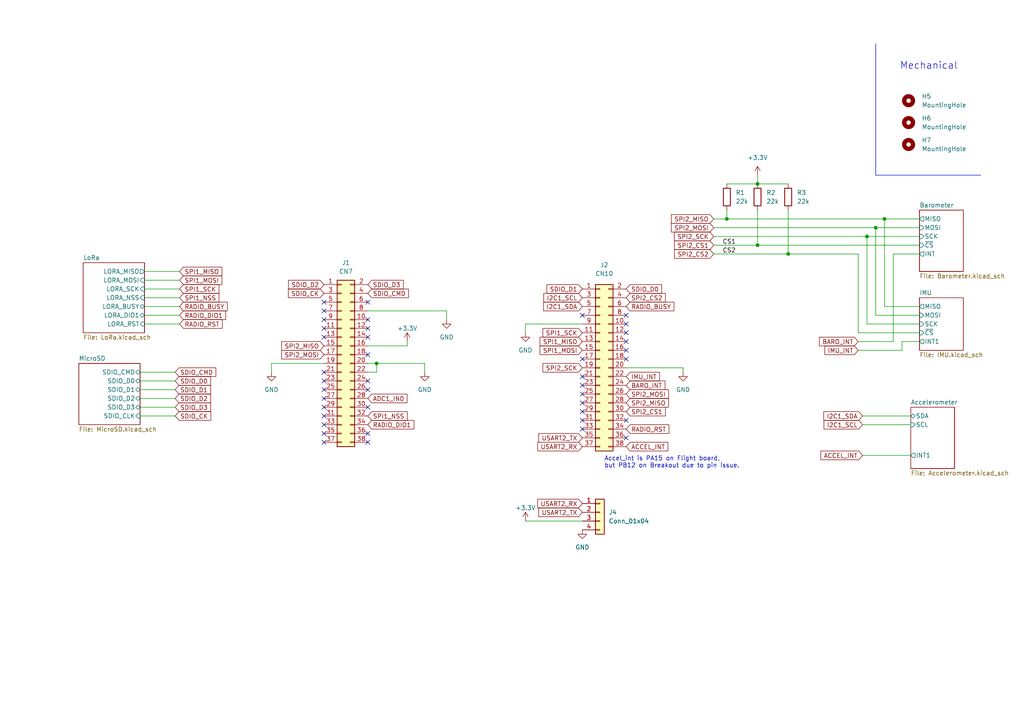
<source format=kicad_sch>
(kicad_sch (version 20230121) (generator eeschema)

  (uuid e8eb85d5-f1ff-4500-895d-25b9ff5f6d36)

  (paper "A4")

  (title_block
    (rev "v2")
  )

  (lib_symbols
    (symbol "Connector_Generic:Conn_01x04" (pin_names (offset 1.016) hide) (in_bom yes) (on_board yes)
      (property "Reference" "J" (at 0 5.08 0)
        (effects (font (size 1.27 1.27)))
      )
      (property "Value" "Conn_01x04" (at 0 -7.62 0)
        (effects (font (size 1.27 1.27)))
      )
      (property "Footprint" "" (at 0 0 0)
        (effects (font (size 1.27 1.27)) hide)
      )
      (property "Datasheet" "~" (at 0 0 0)
        (effects (font (size 1.27 1.27)) hide)
      )
      (property "ki_keywords" "connector" (at 0 0 0)
        (effects (font (size 1.27 1.27)) hide)
      )
      (property "ki_description" "Generic connector, single row, 01x04, script generated (kicad-library-utils/schlib/autogen/connector/)" (at 0 0 0)
        (effects (font (size 1.27 1.27)) hide)
      )
      (property "ki_fp_filters" "Connector*:*_1x??_*" (at 0 0 0)
        (effects (font (size 1.27 1.27)) hide)
      )
      (symbol "Conn_01x04_1_1"
        (rectangle (start -1.27 -4.953) (end 0 -5.207)
          (stroke (width 0.1524) (type default))
          (fill (type none))
        )
        (rectangle (start -1.27 -2.413) (end 0 -2.667)
          (stroke (width 0.1524) (type default))
          (fill (type none))
        )
        (rectangle (start -1.27 0.127) (end 0 -0.127)
          (stroke (width 0.1524) (type default))
          (fill (type none))
        )
        (rectangle (start -1.27 2.667) (end 0 2.413)
          (stroke (width 0.1524) (type default))
          (fill (type none))
        )
        (rectangle (start -1.27 3.81) (end 1.27 -6.35)
          (stroke (width 0.254) (type default))
          (fill (type background))
        )
        (pin passive line (at -5.08 2.54 0) (length 3.81)
          (name "Pin_1" (effects (font (size 1.27 1.27))))
          (number "1" (effects (font (size 1.27 1.27))))
        )
        (pin passive line (at -5.08 0 0) (length 3.81)
          (name "Pin_2" (effects (font (size 1.27 1.27))))
          (number "2" (effects (font (size 1.27 1.27))))
        )
        (pin passive line (at -5.08 -2.54 0) (length 3.81)
          (name "Pin_3" (effects (font (size 1.27 1.27))))
          (number "3" (effects (font (size 1.27 1.27))))
        )
        (pin passive line (at -5.08 -5.08 0) (length 3.81)
          (name "Pin_4" (effects (font (size 1.27 1.27))))
          (number "4" (effects (font (size 1.27 1.27))))
        )
      )
    )
    (symbol "Connector_Generic:Conn_02x19_Odd_Even" (pin_names (offset 1.016) hide) (in_bom yes) (on_board yes)
      (property "Reference" "J" (at 1.27 25.4 0)
        (effects (font (size 1.27 1.27)))
      )
      (property "Value" "Conn_02x19_Odd_Even" (at 1.27 -25.4 0)
        (effects (font (size 1.27 1.27)))
      )
      (property "Footprint" "" (at 0 0 0)
        (effects (font (size 1.27 1.27)) hide)
      )
      (property "Datasheet" "~" (at 0 0 0)
        (effects (font (size 1.27 1.27)) hide)
      )
      (property "ki_keywords" "connector" (at 0 0 0)
        (effects (font (size 1.27 1.27)) hide)
      )
      (property "ki_description" "Generic connector, double row, 02x19, odd/even pin numbering scheme (row 1 odd numbers, row 2 even numbers), script generated (kicad-library-utils/schlib/autogen/connector/)" (at 0 0 0)
        (effects (font (size 1.27 1.27)) hide)
      )
      (property "ki_fp_filters" "Connector*:*_2x??_*" (at 0 0 0)
        (effects (font (size 1.27 1.27)) hide)
      )
      (symbol "Conn_02x19_Odd_Even_1_1"
        (rectangle (start -1.27 -22.733) (end 0 -22.987)
          (stroke (width 0.1524) (type default))
          (fill (type none))
        )
        (rectangle (start -1.27 -20.193) (end 0 -20.447)
          (stroke (width 0.1524) (type default))
          (fill (type none))
        )
        (rectangle (start -1.27 -17.653) (end 0 -17.907)
          (stroke (width 0.1524) (type default))
          (fill (type none))
        )
        (rectangle (start -1.27 -15.113) (end 0 -15.367)
          (stroke (width 0.1524) (type default))
          (fill (type none))
        )
        (rectangle (start -1.27 -12.573) (end 0 -12.827)
          (stroke (width 0.1524) (type default))
          (fill (type none))
        )
        (rectangle (start -1.27 -10.033) (end 0 -10.287)
          (stroke (width 0.1524) (type default))
          (fill (type none))
        )
        (rectangle (start -1.27 -7.493) (end 0 -7.747)
          (stroke (width 0.1524) (type default))
          (fill (type none))
        )
        (rectangle (start -1.27 -4.953) (end 0 -5.207)
          (stroke (width 0.1524) (type default))
          (fill (type none))
        )
        (rectangle (start -1.27 -2.413) (end 0 -2.667)
          (stroke (width 0.1524) (type default))
          (fill (type none))
        )
        (rectangle (start -1.27 0.127) (end 0 -0.127)
          (stroke (width 0.1524) (type default))
          (fill (type none))
        )
        (rectangle (start -1.27 2.667) (end 0 2.413)
          (stroke (width 0.1524) (type default))
          (fill (type none))
        )
        (rectangle (start -1.27 5.207) (end 0 4.953)
          (stroke (width 0.1524) (type default))
          (fill (type none))
        )
        (rectangle (start -1.27 7.747) (end 0 7.493)
          (stroke (width 0.1524) (type default))
          (fill (type none))
        )
        (rectangle (start -1.27 10.287) (end 0 10.033)
          (stroke (width 0.1524) (type default))
          (fill (type none))
        )
        (rectangle (start -1.27 12.827) (end 0 12.573)
          (stroke (width 0.1524) (type default))
          (fill (type none))
        )
        (rectangle (start -1.27 15.367) (end 0 15.113)
          (stroke (width 0.1524) (type default))
          (fill (type none))
        )
        (rectangle (start -1.27 17.907) (end 0 17.653)
          (stroke (width 0.1524) (type default))
          (fill (type none))
        )
        (rectangle (start -1.27 20.447) (end 0 20.193)
          (stroke (width 0.1524) (type default))
          (fill (type none))
        )
        (rectangle (start -1.27 22.987) (end 0 22.733)
          (stroke (width 0.1524) (type default))
          (fill (type none))
        )
        (rectangle (start -1.27 24.13) (end 3.81 -24.13)
          (stroke (width 0.254) (type default))
          (fill (type background))
        )
        (rectangle (start 3.81 -22.733) (end 2.54 -22.987)
          (stroke (width 0.1524) (type default))
          (fill (type none))
        )
        (rectangle (start 3.81 -20.193) (end 2.54 -20.447)
          (stroke (width 0.1524) (type default))
          (fill (type none))
        )
        (rectangle (start 3.81 -17.653) (end 2.54 -17.907)
          (stroke (width 0.1524) (type default))
          (fill (type none))
        )
        (rectangle (start 3.81 -15.113) (end 2.54 -15.367)
          (stroke (width 0.1524) (type default))
          (fill (type none))
        )
        (rectangle (start 3.81 -12.573) (end 2.54 -12.827)
          (stroke (width 0.1524) (type default))
          (fill (type none))
        )
        (rectangle (start 3.81 -10.033) (end 2.54 -10.287)
          (stroke (width 0.1524) (type default))
          (fill (type none))
        )
        (rectangle (start 3.81 -7.493) (end 2.54 -7.747)
          (stroke (width 0.1524) (type default))
          (fill (type none))
        )
        (rectangle (start 3.81 -4.953) (end 2.54 -5.207)
          (stroke (width 0.1524) (type default))
          (fill (type none))
        )
        (rectangle (start 3.81 -2.413) (end 2.54 -2.667)
          (stroke (width 0.1524) (type default))
          (fill (type none))
        )
        (rectangle (start 3.81 0.127) (end 2.54 -0.127)
          (stroke (width 0.1524) (type default))
          (fill (type none))
        )
        (rectangle (start 3.81 2.667) (end 2.54 2.413)
          (stroke (width 0.1524) (type default))
          (fill (type none))
        )
        (rectangle (start 3.81 5.207) (end 2.54 4.953)
          (stroke (width 0.1524) (type default))
          (fill (type none))
        )
        (rectangle (start 3.81 7.747) (end 2.54 7.493)
          (stroke (width 0.1524) (type default))
          (fill (type none))
        )
        (rectangle (start 3.81 10.287) (end 2.54 10.033)
          (stroke (width 0.1524) (type default))
          (fill (type none))
        )
        (rectangle (start 3.81 12.827) (end 2.54 12.573)
          (stroke (width 0.1524) (type default))
          (fill (type none))
        )
        (rectangle (start 3.81 15.367) (end 2.54 15.113)
          (stroke (width 0.1524) (type default))
          (fill (type none))
        )
        (rectangle (start 3.81 17.907) (end 2.54 17.653)
          (stroke (width 0.1524) (type default))
          (fill (type none))
        )
        (rectangle (start 3.81 20.447) (end 2.54 20.193)
          (stroke (width 0.1524) (type default))
          (fill (type none))
        )
        (rectangle (start 3.81 22.987) (end 2.54 22.733)
          (stroke (width 0.1524) (type default))
          (fill (type none))
        )
        (pin passive line (at -5.08 22.86 0) (length 3.81)
          (name "Pin_1" (effects (font (size 1.27 1.27))))
          (number "1" (effects (font (size 1.27 1.27))))
        )
        (pin passive line (at 7.62 12.7 180) (length 3.81)
          (name "Pin_10" (effects (font (size 1.27 1.27))))
          (number "10" (effects (font (size 1.27 1.27))))
        )
        (pin passive line (at -5.08 10.16 0) (length 3.81)
          (name "Pin_11" (effects (font (size 1.27 1.27))))
          (number "11" (effects (font (size 1.27 1.27))))
        )
        (pin passive line (at 7.62 10.16 180) (length 3.81)
          (name "Pin_12" (effects (font (size 1.27 1.27))))
          (number "12" (effects (font (size 1.27 1.27))))
        )
        (pin passive line (at -5.08 7.62 0) (length 3.81)
          (name "Pin_13" (effects (font (size 1.27 1.27))))
          (number "13" (effects (font (size 1.27 1.27))))
        )
        (pin passive line (at 7.62 7.62 180) (length 3.81)
          (name "Pin_14" (effects (font (size 1.27 1.27))))
          (number "14" (effects (font (size 1.27 1.27))))
        )
        (pin passive line (at -5.08 5.08 0) (length 3.81)
          (name "Pin_15" (effects (font (size 1.27 1.27))))
          (number "15" (effects (font (size 1.27 1.27))))
        )
        (pin passive line (at 7.62 5.08 180) (length 3.81)
          (name "Pin_16" (effects (font (size 1.27 1.27))))
          (number "16" (effects (font (size 1.27 1.27))))
        )
        (pin passive line (at -5.08 2.54 0) (length 3.81)
          (name "Pin_17" (effects (font (size 1.27 1.27))))
          (number "17" (effects (font (size 1.27 1.27))))
        )
        (pin passive line (at 7.62 2.54 180) (length 3.81)
          (name "Pin_18" (effects (font (size 1.27 1.27))))
          (number "18" (effects (font (size 1.27 1.27))))
        )
        (pin passive line (at -5.08 0 0) (length 3.81)
          (name "Pin_19" (effects (font (size 1.27 1.27))))
          (number "19" (effects (font (size 1.27 1.27))))
        )
        (pin passive line (at 7.62 22.86 180) (length 3.81)
          (name "Pin_2" (effects (font (size 1.27 1.27))))
          (number "2" (effects (font (size 1.27 1.27))))
        )
        (pin passive line (at 7.62 0 180) (length 3.81)
          (name "Pin_20" (effects (font (size 1.27 1.27))))
          (number "20" (effects (font (size 1.27 1.27))))
        )
        (pin passive line (at -5.08 -2.54 0) (length 3.81)
          (name "Pin_21" (effects (font (size 1.27 1.27))))
          (number "21" (effects (font (size 1.27 1.27))))
        )
        (pin passive line (at 7.62 -2.54 180) (length 3.81)
          (name "Pin_22" (effects (font (size 1.27 1.27))))
          (number "22" (effects (font (size 1.27 1.27))))
        )
        (pin passive line (at -5.08 -5.08 0) (length 3.81)
          (name "Pin_23" (effects (font (size 1.27 1.27))))
          (number "23" (effects (font (size 1.27 1.27))))
        )
        (pin passive line (at 7.62 -5.08 180) (length 3.81)
          (name "Pin_24" (effects (font (size 1.27 1.27))))
          (number "24" (effects (font (size 1.27 1.27))))
        )
        (pin passive line (at -5.08 -7.62 0) (length 3.81)
          (name "Pin_25" (effects (font (size 1.27 1.27))))
          (number "25" (effects (font (size 1.27 1.27))))
        )
        (pin passive line (at 7.62 -7.62 180) (length 3.81)
          (name "Pin_26" (effects (font (size 1.27 1.27))))
          (number "26" (effects (font (size 1.27 1.27))))
        )
        (pin passive line (at -5.08 -10.16 0) (length 3.81)
          (name "Pin_27" (effects (font (size 1.27 1.27))))
          (number "27" (effects (font (size 1.27 1.27))))
        )
        (pin passive line (at 7.62 -10.16 180) (length 3.81)
          (name "Pin_28" (effects (font (size 1.27 1.27))))
          (number "28" (effects (font (size 1.27 1.27))))
        )
        (pin passive line (at -5.08 -12.7 0) (length 3.81)
          (name "Pin_29" (effects (font (size 1.27 1.27))))
          (number "29" (effects (font (size 1.27 1.27))))
        )
        (pin passive line (at -5.08 20.32 0) (length 3.81)
          (name "Pin_3" (effects (font (size 1.27 1.27))))
          (number "3" (effects (font (size 1.27 1.27))))
        )
        (pin passive line (at 7.62 -12.7 180) (length 3.81)
          (name "Pin_30" (effects (font (size 1.27 1.27))))
          (number "30" (effects (font (size 1.27 1.27))))
        )
        (pin passive line (at -5.08 -15.24 0) (length 3.81)
          (name "Pin_31" (effects (font (size 1.27 1.27))))
          (number "31" (effects (font (size 1.27 1.27))))
        )
        (pin passive line (at 7.62 -15.24 180) (length 3.81)
          (name "Pin_32" (effects (font (size 1.27 1.27))))
          (number "32" (effects (font (size 1.27 1.27))))
        )
        (pin passive line (at -5.08 -17.78 0) (length 3.81)
          (name "Pin_33" (effects (font (size 1.27 1.27))))
          (number "33" (effects (font (size 1.27 1.27))))
        )
        (pin passive line (at 7.62 -17.78 180) (length 3.81)
          (name "Pin_34" (effects (font (size 1.27 1.27))))
          (number "34" (effects (font (size 1.27 1.27))))
        )
        (pin passive line (at -5.08 -20.32 0) (length 3.81)
          (name "Pin_35" (effects (font (size 1.27 1.27))))
          (number "35" (effects (font (size 1.27 1.27))))
        )
        (pin passive line (at 7.62 -20.32 180) (length 3.81)
          (name "Pin_36" (effects (font (size 1.27 1.27))))
          (number "36" (effects (font (size 1.27 1.27))))
        )
        (pin passive line (at -5.08 -22.86 0) (length 3.81)
          (name "Pin_37" (effects (font (size 1.27 1.27))))
          (number "37" (effects (font (size 1.27 1.27))))
        )
        (pin passive line (at 7.62 -22.86 180) (length 3.81)
          (name "Pin_38" (effects (font (size 1.27 1.27))))
          (number "38" (effects (font (size 1.27 1.27))))
        )
        (pin passive line (at 7.62 20.32 180) (length 3.81)
          (name "Pin_4" (effects (font (size 1.27 1.27))))
          (number "4" (effects (font (size 1.27 1.27))))
        )
        (pin passive line (at -5.08 17.78 0) (length 3.81)
          (name "Pin_5" (effects (font (size 1.27 1.27))))
          (number "5" (effects (font (size 1.27 1.27))))
        )
        (pin passive line (at 7.62 17.78 180) (length 3.81)
          (name "Pin_6" (effects (font (size 1.27 1.27))))
          (number "6" (effects (font (size 1.27 1.27))))
        )
        (pin passive line (at -5.08 15.24 0) (length 3.81)
          (name "Pin_7" (effects (font (size 1.27 1.27))))
          (number "7" (effects (font (size 1.27 1.27))))
        )
        (pin passive line (at 7.62 15.24 180) (length 3.81)
          (name "Pin_8" (effects (font (size 1.27 1.27))))
          (number "8" (effects (font (size 1.27 1.27))))
        )
        (pin passive line (at -5.08 12.7 0) (length 3.81)
          (name "Pin_9" (effects (font (size 1.27 1.27))))
          (number "9" (effects (font (size 1.27 1.27))))
        )
      )
    )
    (symbol "Device:R" (pin_numbers hide) (pin_names (offset 0)) (in_bom yes) (on_board yes)
      (property "Reference" "R" (at 2.032 0 90)
        (effects (font (size 1.27 1.27)))
      )
      (property "Value" "R" (at 0 0 90)
        (effects (font (size 1.27 1.27)))
      )
      (property "Footprint" "" (at -1.778 0 90)
        (effects (font (size 1.27 1.27)) hide)
      )
      (property "Datasheet" "~" (at 0 0 0)
        (effects (font (size 1.27 1.27)) hide)
      )
      (property "ki_keywords" "R res resistor" (at 0 0 0)
        (effects (font (size 1.27 1.27)) hide)
      )
      (property "ki_description" "Resistor" (at 0 0 0)
        (effects (font (size 1.27 1.27)) hide)
      )
      (property "ki_fp_filters" "R_*" (at 0 0 0)
        (effects (font (size 1.27 1.27)) hide)
      )
      (symbol "R_0_1"
        (rectangle (start -1.016 -2.54) (end 1.016 2.54)
          (stroke (width 0.254) (type default))
          (fill (type none))
        )
      )
      (symbol "R_1_1"
        (pin passive line (at 0 3.81 270) (length 1.27)
          (name "~" (effects (font (size 1.27 1.27))))
          (number "1" (effects (font (size 1.27 1.27))))
        )
        (pin passive line (at 0 -3.81 90) (length 1.27)
          (name "~" (effects (font (size 1.27 1.27))))
          (number "2" (effects (font (size 1.27 1.27))))
        )
      )
    )
    (symbol "Mechanical:MountingHole" (pin_names (offset 1.016)) (in_bom yes) (on_board yes)
      (property "Reference" "H" (at 0 5.08 0)
        (effects (font (size 1.27 1.27)))
      )
      (property "Value" "MountingHole" (at 0 3.175 0)
        (effects (font (size 1.27 1.27)))
      )
      (property "Footprint" "" (at 0 0 0)
        (effects (font (size 1.27 1.27)) hide)
      )
      (property "Datasheet" "~" (at 0 0 0)
        (effects (font (size 1.27 1.27)) hide)
      )
      (property "ki_keywords" "mounting hole" (at 0 0 0)
        (effects (font (size 1.27 1.27)) hide)
      )
      (property "ki_description" "Mounting Hole without connection" (at 0 0 0)
        (effects (font (size 1.27 1.27)) hide)
      )
      (property "ki_fp_filters" "MountingHole*" (at 0 0 0)
        (effects (font (size 1.27 1.27)) hide)
      )
      (symbol "MountingHole_0_1"
        (circle (center 0 0) (radius 1.27)
          (stroke (width 1.27) (type default))
          (fill (type none))
        )
      )
    )
    (symbol "power:+3.3V" (power) (pin_names (offset 0)) (in_bom yes) (on_board yes)
      (property "Reference" "#PWR" (at 0 -3.81 0)
        (effects (font (size 1.27 1.27)) hide)
      )
      (property "Value" "+3.3V" (at 0 3.556 0)
        (effects (font (size 1.27 1.27)))
      )
      (property "Footprint" "" (at 0 0 0)
        (effects (font (size 1.27 1.27)) hide)
      )
      (property "Datasheet" "" (at 0 0 0)
        (effects (font (size 1.27 1.27)) hide)
      )
      (property "ki_keywords" "global power" (at 0 0 0)
        (effects (font (size 1.27 1.27)) hide)
      )
      (property "ki_description" "Power symbol creates a global label with name \"+3.3V\"" (at 0 0 0)
        (effects (font (size 1.27 1.27)) hide)
      )
      (symbol "+3.3V_0_1"
        (polyline
          (pts
            (xy -0.762 1.27)
            (xy 0 2.54)
          )
          (stroke (width 0) (type default))
          (fill (type none))
        )
        (polyline
          (pts
            (xy 0 0)
            (xy 0 2.54)
          )
          (stroke (width 0) (type default))
          (fill (type none))
        )
        (polyline
          (pts
            (xy 0 2.54)
            (xy 0.762 1.27)
          )
          (stroke (width 0) (type default))
          (fill (type none))
        )
      )
      (symbol "+3.3V_1_1"
        (pin power_in line (at 0 0 90) (length 0) hide
          (name "+3.3V" (effects (font (size 1.27 1.27))))
          (number "1" (effects (font (size 1.27 1.27))))
        )
      )
    )
    (symbol "power:GND" (power) (pin_names (offset 0)) (in_bom yes) (on_board yes)
      (property "Reference" "#PWR" (at 0 -6.35 0)
        (effects (font (size 1.27 1.27)) hide)
      )
      (property "Value" "GND" (at 0 -3.81 0)
        (effects (font (size 1.27 1.27)))
      )
      (property "Footprint" "" (at 0 0 0)
        (effects (font (size 1.27 1.27)) hide)
      )
      (property "Datasheet" "" (at 0 0 0)
        (effects (font (size 1.27 1.27)) hide)
      )
      (property "ki_keywords" "global power" (at 0 0 0)
        (effects (font (size 1.27 1.27)) hide)
      )
      (property "ki_description" "Power symbol creates a global label with name \"GND\" , ground" (at 0 0 0)
        (effects (font (size 1.27 1.27)) hide)
      )
      (symbol "GND_0_1"
        (polyline
          (pts
            (xy 0 0)
            (xy 0 -1.27)
            (xy 1.27 -1.27)
            (xy 0 -2.54)
            (xy -1.27 -1.27)
            (xy 0 -1.27)
          )
          (stroke (width 0) (type default))
          (fill (type none))
        )
      )
      (symbol "GND_1_1"
        (pin power_in line (at 0 0 270) (length 0) hide
          (name "GND" (effects (font (size 1.27 1.27))))
          (number "1" (effects (font (size 1.27 1.27))))
        )
      )
    )
  )

  (junction (at 109.22 105.41) (diameter 0) (color 0 0 0 0)
    (uuid 0434a139-1c56-47c8-9cb7-471b8bd606fd)
  )
  (junction (at 219.71 53.34) (diameter 0) (color 0 0 0 0)
    (uuid 086cc10d-9bbd-44cc-b857-8b4d98c213d5)
  )
  (junction (at 256.54 63.5) (diameter 0) (color 0 0 0 0)
    (uuid 0fd30f03-e8a6-4424-abf5-9f2499cd6048)
  )
  (junction (at 254 66.04) (diameter 0) (color 0 0 0 0)
    (uuid 54cbfcd3-f822-4bf6-b80f-6e59c9f993b8)
  )
  (junction (at 228.6 73.66) (diameter 0) (color 0 0 0 0)
    (uuid 5c756f9a-ead1-4773-b55a-a41ca0dcb1d0)
  )
  (junction (at 210.82 63.5) (diameter 0) (color 0 0 0 0)
    (uuid d3957531-fb1f-4189-a6b1-8f5e7fb71e8d)
  )
  (junction (at 251.46 68.58) (diameter 0) (color 0 0 0 0)
    (uuid e2c47c03-0e5a-4390-8961-051540e393d2)
  )
  (junction (at 219.71 71.12) (diameter 0) (color 0 0 0 0)
    (uuid fbb01356-9761-464b-99db-7fbe9b623d5e)
  )

  (no_connect (at 93.98 120.65) (uuid 08506f95-b4e2-46c1-bb67-a86050f47184))
  (no_connect (at 168.91 91.44) (uuid 0ea9e326-1d0c-44a8-8f77-69c5628b69da))
  (no_connect (at 93.98 115.57) (uuid 1513d2c4-f386-498f-bd42-3246177c7a46))
  (no_connect (at 106.68 102.87) (uuid 18c228c2-c723-4e8e-b648-d72cc2db8397))
  (no_connect (at 93.98 123.19) (uuid 2d036d43-215b-4e39-aea9-8e61a902b891))
  (no_connect (at 93.98 92.71) (uuid 2fcb0d61-faec-48e5-aaac-a0019d864604))
  (no_connect (at 93.98 125.73) (uuid 3898d796-850a-41e4-8160-3a7ac9239c67))
  (no_connect (at 106.68 95.25) (uuid 389d5509-2e6d-45f8-8990-80a0449590c8))
  (no_connect (at 93.98 95.25) (uuid 3e7ff41e-efb5-4405-bd6d-4ab6fce2b475))
  (no_connect (at 181.61 121.92) (uuid 406bbe08-82cf-4c4c-8547-c54f732d00e5))
  (no_connect (at 106.68 128.27) (uuid 46d945a4-ca4b-4506-9f61-7a283aa0db59))
  (no_connect (at 93.98 118.11) (uuid 4e48b54f-4fc5-49cc-ad1a-468f15cef4a8))
  (no_connect (at 106.68 125.73) (uuid 5c758d70-d7ab-4a4a-b1b1-99a8b7345449))
  (no_connect (at 93.98 110.49) (uuid 5cdd7c58-e55b-470e-95a4-69769760f114))
  (no_connect (at 106.68 113.03) (uuid 5fac7f30-9ebf-4364-be93-acb90d89b240))
  (no_connect (at 168.91 116.84) (uuid 68efd104-f3df-4377-8a18-a64709abda5a))
  (no_connect (at 181.61 101.6) (uuid 6ba7faba-4711-4d6e-a833-3dd54a568567))
  (no_connect (at 106.68 87.63) (uuid 6eb19147-3b7b-45b8-b651-bd07e42e9368))
  (no_connect (at 106.68 110.49) (uuid 77369994-f554-4949-9c9a-5708ba0c2435))
  (no_connect (at 181.61 91.44) (uuid 8305dd6e-96b6-4868-8bc8-d49378a29344))
  (no_connect (at 168.91 109.22) (uuid 83b64dda-1d24-4e3e-88ef-a7cbdb717120))
  (no_connect (at 106.68 118.11) (uuid 88afdfec-0725-47d3-be53-327bee26d82f))
  (no_connect (at 106.68 92.71) (uuid 8aca902c-2410-4a71-bcad-edea66ee3c59))
  (no_connect (at 181.61 93.98) (uuid 8cc0ddd7-41b7-4cb3-99b8-1de01c772de4))
  (no_connect (at 93.98 90.17) (uuid 91be9a6d-cd12-456d-892a-0ded6a7685be))
  (no_connect (at 93.98 87.63) (uuid 989f9fee-953d-4648-8dab-36528c97e06b))
  (no_connect (at 168.91 111.76) (uuid a34533dc-6469-4ae9-a618-234f04022202))
  (no_connect (at 93.98 113.03) (uuid a960d32e-46ee-47c8-bc5f-34d23756d77b))
  (no_connect (at 168.91 119.38) (uuid ad01acc1-d040-4028-9f00-ede087de7672))
  (no_connect (at 93.98 97.79) (uuid b664e6e1-1232-45e1-b3c7-605e2b64deb7))
  (no_connect (at 168.91 114.3) (uuid bc0e1581-9d2c-43cd-be93-531d81b6811b))
  (no_connect (at 168.91 104.14) (uuid c80dfa09-eb4d-4c18-a4c0-508e2b5d09cf))
  (no_connect (at 106.68 97.79) (uuid c94cd80a-cb0d-4509-a533-d1bf73b0db65))
  (no_connect (at 93.98 107.95) (uuid ce746117-db2d-477a-94a9-ae518cae1ab3))
  (no_connect (at 181.61 96.52) (uuid d124e619-67c2-4192-adfe-ad477e200044))
  (no_connect (at 168.91 121.92) (uuid d50d1567-1257-4e5d-b292-56d4e36ec475))
  (no_connect (at 93.98 128.27) (uuid d82786c7-cd39-45b9-85c4-63461b1d96a1))
  (no_connect (at 181.61 104.14) (uuid dbd170e5-a1eb-4295-bb33-8763b5039432))
  (no_connect (at 181.61 99.06) (uuid e67fa60d-bc7b-453b-aed3-503a1d9a7718))
  (no_connect (at 181.61 127) (uuid e801dcd4-014b-42a9-8b98-3aa0c8cf6f43))
  (no_connect (at 168.91 124.46) (uuid eb55752a-b837-4ee4-918d-b72c47f81cde))

  (wire (pts (xy 250.19 132.08) (xy 264.16 132.08))
    (stroke (width 0) (type default))
    (uuid 00b12065-8747-4eda-a91a-48efcff49260)
  )
  (wire (pts (xy 248.92 73.66) (xy 248.92 96.52))
    (stroke (width 0) (type default))
    (uuid 0d849297-f16c-4fb0-8946-64990a577e4e)
  )
  (wire (pts (xy 251.46 68.58) (xy 251.46 93.98))
    (stroke (width 0) (type default))
    (uuid 0e53b779-fee9-4360-8ae9-71f8e8672e36)
  )
  (wire (pts (xy 250.19 123.19) (xy 264.16 123.19))
    (stroke (width 0) (type default))
    (uuid 0e793cb4-5a29-4056-b683-e2e14d422c50)
  )
  (wire (pts (xy 207.01 66.04) (xy 254 66.04))
    (stroke (width 0) (type default))
    (uuid 10412362-78e6-4444-a155-11e2ae1d5270)
  )
  (wire (pts (xy 41.91 81.28) (xy 52.07 81.28))
    (stroke (width 0) (type default))
    (uuid 13ee33d7-efed-47d2-8720-0c13d25f18d4)
  )
  (wire (pts (xy 219.71 50.8) (xy 219.71 53.34))
    (stroke (width 0) (type default))
    (uuid 183c5a6a-b73a-46ed-89e6-d703da0f394b)
  )
  (wire (pts (xy 219.71 53.34) (xy 228.6 53.34))
    (stroke (width 0) (type default))
    (uuid 2230e222-8684-43b4-8477-77c3faee260a)
  )
  (wire (pts (xy 40.64 107.95) (xy 50.8 107.95))
    (stroke (width 0) (type default))
    (uuid 263c735b-b6f4-4e2b-8671-1d18e2e6ae70)
  )
  (wire (pts (xy 109.22 107.95) (xy 109.22 105.41))
    (stroke (width 0) (type default))
    (uuid 2979b681-28b2-4b9f-acde-b0e7018e3c1e)
  )
  (wire (pts (xy 198.12 106.68) (xy 181.61 106.68))
    (stroke (width 0) (type default))
    (uuid 32cec575-6512-4250-aee0-df7a371e250a)
  )
  (wire (pts (xy 109.22 105.41) (xy 123.19 105.41))
    (stroke (width 0) (type default))
    (uuid 33b65c56-1a3e-4b9f-bd8c-cde30a8cffa5)
  )
  (wire (pts (xy 228.6 73.66) (xy 248.92 73.66))
    (stroke (width 0) (type default))
    (uuid 3758e6c4-65a8-484c-8a5c-a37122c22c5d)
  )
  (wire (pts (xy 41.91 83.82) (xy 52.07 83.82))
    (stroke (width 0) (type default))
    (uuid 3baffd73-97ad-4209-9e9b-c48a821afa52)
  )
  (wire (pts (xy 123.19 105.41) (xy 123.19 107.95))
    (stroke (width 0) (type default))
    (uuid 48369bb6-d7a5-483d-95a6-7b0206d08fe4)
  )
  (wire (pts (xy 41.91 88.9) (xy 52.07 88.9))
    (stroke (width 0) (type default))
    (uuid 4b534d68-640e-4080-b9c6-86ef404f6004)
  )
  (polyline (pts (xy 254 12.7) (xy 254 50.8))
    (stroke (width 0) (type default))
    (uuid 4b5eb01b-8cea-48ca-935c-27058b641b48)
  )

  (wire (pts (xy 266.7 66.04) (xy 254 66.04))
    (stroke (width 0) (type default))
    (uuid 4edc9658-e9f9-4111-bb4a-62ab5e27c04c)
  )
  (wire (pts (xy 261.62 99.06) (xy 261.62 101.6))
    (stroke (width 0) (type default))
    (uuid 4f7704d3-b001-42d0-8afa-a1b94c2b90d9)
  )
  (wire (pts (xy 266.7 63.5) (xy 256.54 63.5))
    (stroke (width 0) (type default))
    (uuid 5258c7f2-163c-4bd4-9029-057b65e634ee)
  )
  (wire (pts (xy 207.01 71.12) (xy 219.71 71.12))
    (stroke (width 0) (type default))
    (uuid 5339e614-d6d7-43ff-b1fe-7f6986ce46a2)
  )
  (wire (pts (xy 248.92 96.52) (xy 266.7 96.52))
    (stroke (width 0) (type default))
    (uuid 56d97fb9-198a-4342-a4e8-18e37f13ab2f)
  )
  (wire (pts (xy 40.64 115.57) (xy 50.8 115.57))
    (stroke (width 0) (type default))
    (uuid 5a826336-44ba-4e22-8352-cc6ab3c0b8a1)
  )
  (wire (pts (xy 259.08 73.66) (xy 259.08 99.06))
    (stroke (width 0) (type default))
    (uuid 6079f396-71eb-4aec-bbce-9dd2201f55c2)
  )
  (wire (pts (xy 207.01 68.58) (xy 251.46 68.58))
    (stroke (width 0) (type default))
    (uuid 6604bbd2-2335-40c6-81f5-1a14e8460af3)
  )
  (wire (pts (xy 152.4 151.13) (xy 168.91 151.13))
    (stroke (width 0) (type default))
    (uuid 67b4d90c-78e9-4539-b88c-261b20f71aaf)
  )
  (wire (pts (xy 219.71 71.12) (xy 266.7 71.12))
    (stroke (width 0) (type default))
    (uuid 6da81d68-a5a1-4a16-afbd-eab97bb124f8)
  )
  (wire (pts (xy 254 91.44) (xy 266.7 91.44))
    (stroke (width 0) (type default))
    (uuid 6fda6103-d94c-4b38-b2ef-c994938a2ef3)
  )
  (wire (pts (xy 256.54 88.9) (xy 266.7 88.9))
    (stroke (width 0) (type default))
    (uuid 740744fd-83d7-4ca7-a635-7398309af22a)
  )
  (wire (pts (xy 210.82 60.96) (xy 210.82 63.5))
    (stroke (width 0) (type default))
    (uuid 75101900-be7a-4c31-bdfc-a6d10d09b046)
  )
  (wire (pts (xy 251.46 93.98) (xy 266.7 93.98))
    (stroke (width 0) (type default))
    (uuid 79920ebe-0b0a-4bd0-8eca-7fe531f557d9)
  )
  (polyline (pts (xy 254 50.8) (xy 284.48 50.8))
    (stroke (width 0) (type default))
    (uuid 7b96b15d-2dee-4039-96c5-d0eda426143a)
  )

  (wire (pts (xy 228.6 60.96) (xy 228.6 73.66))
    (stroke (width 0) (type default))
    (uuid 7ca3403b-af52-43a8-a866-19a821a5f611)
  )
  (wire (pts (xy 266.7 73.66) (xy 259.08 73.66))
    (stroke (width 0) (type default))
    (uuid 819649d1-1e50-43ce-9b74-52dc0712dc9f)
  )
  (wire (pts (xy 41.91 91.44) (xy 52.07 91.44))
    (stroke (width 0) (type default))
    (uuid 8beec2e2-90e6-45ba-980c-619f1e537c7a)
  )
  (wire (pts (xy 41.91 86.36) (xy 52.07 86.36))
    (stroke (width 0) (type default))
    (uuid 8c3d441d-2e85-4097-ba24-be99507bc3bf)
  )
  (wire (pts (xy 40.64 110.49) (xy 50.8 110.49))
    (stroke (width 0) (type default))
    (uuid 8d8a8435-be69-4d83-972a-a6a072c96e05)
  )
  (wire (pts (xy 248.92 99.06) (xy 259.08 99.06))
    (stroke (width 0) (type default))
    (uuid 904bc466-708f-472f-b471-f75c580e10eb)
  )
  (wire (pts (xy 152.4 96.52) (xy 152.4 93.98))
    (stroke (width 0) (type default))
    (uuid 924e4279-a8ed-4028-bc0e-ffa3a465140f)
  )
  (wire (pts (xy 152.4 93.98) (xy 168.91 93.98))
    (stroke (width 0) (type default))
    (uuid a1bf18dd-206c-43db-ac7b-18efd6137b7b)
  )
  (wire (pts (xy 251.46 68.58) (xy 266.7 68.58))
    (stroke (width 0) (type default))
    (uuid a3374d5c-2dd8-47fb-81f5-1fb862b5541a)
  )
  (wire (pts (xy 210.82 53.34) (xy 219.71 53.34))
    (stroke (width 0) (type default))
    (uuid a52314d7-2322-4b20-a4ea-c31414c727ef)
  )
  (wire (pts (xy 106.68 100.33) (xy 118.11 100.33))
    (stroke (width 0) (type default))
    (uuid a8cc28d8-b836-4f0c-b449-ca388363f79d)
  )
  (wire (pts (xy 266.7 99.06) (xy 261.62 99.06))
    (stroke (width 0) (type default))
    (uuid ae3509e6-dca7-4640-ae7b-51626a694520)
  )
  (wire (pts (xy 40.64 120.65) (xy 50.8 120.65))
    (stroke (width 0) (type default))
    (uuid b102d4f3-fc5b-4e62-bf2f-0dd7e1f4e772)
  )
  (wire (pts (xy 254 66.04) (xy 254 91.44))
    (stroke (width 0) (type default))
    (uuid b160bbe2-a1f7-4183-9416-652954681c09)
  )
  (wire (pts (xy 78.74 105.41) (xy 78.74 107.95))
    (stroke (width 0) (type default))
    (uuid b3eb64b8-5048-4b07-bc8b-bd677d5c28a4)
  )
  (wire (pts (xy 118.11 100.33) (xy 118.11 99.06))
    (stroke (width 0) (type default))
    (uuid b8fbffd1-3196-4c30-b37d-0585a029753a)
  )
  (wire (pts (xy 41.91 78.74) (xy 52.07 78.74))
    (stroke (width 0) (type default))
    (uuid b93076f6-dc4a-4f3d-8df1-a54982831a8a)
  )
  (wire (pts (xy 40.64 118.11) (xy 50.8 118.11))
    (stroke (width 0) (type default))
    (uuid d29e3520-a9c5-4d30-98a3-086c7a9e6336)
  )
  (wire (pts (xy 256.54 63.5) (xy 256.54 88.9))
    (stroke (width 0) (type default))
    (uuid d5429185-52f2-42e9-8489-cc5444250edf)
  )
  (wire (pts (xy 106.68 107.95) (xy 109.22 107.95))
    (stroke (width 0) (type default))
    (uuid d69ed5f0-5b93-4c49-8433-3b28f8e7c0de)
  )
  (wire (pts (xy 207.01 63.5) (xy 210.82 63.5))
    (stroke (width 0) (type default))
    (uuid dd922cd5-20a6-41c9-8b5f-e1389827578c)
  )
  (wire (pts (xy 41.91 93.98) (xy 52.07 93.98))
    (stroke (width 0) (type default))
    (uuid e16f5f81-8139-49f9-846f-30ed7fcbd0b8)
  )
  (wire (pts (xy 40.64 113.03) (xy 50.8 113.03))
    (stroke (width 0) (type default))
    (uuid e3686d41-06dc-4eb8-9b09-61107af31567)
  )
  (wire (pts (xy 207.01 73.66) (xy 228.6 73.66))
    (stroke (width 0) (type default))
    (uuid e5ebd3c6-a711-406b-9fe3-0689747b7472)
  )
  (wire (pts (xy 129.54 92.71) (xy 129.54 90.17))
    (stroke (width 0) (type default))
    (uuid e6aae3a0-2238-435e-973a-192ada92e62b)
  )
  (wire (pts (xy 250.19 120.65) (xy 264.16 120.65))
    (stroke (width 0) (type default))
    (uuid e7638d4d-983e-4c05-a58b-5db6e8ec0093)
  )
  (wire (pts (xy 248.92 101.6) (xy 261.62 101.6))
    (stroke (width 0) (type default))
    (uuid e99c5c38-6b63-4c8d-aa22-7e0d351f39f9)
  )
  (wire (pts (xy 129.54 90.17) (xy 106.68 90.17))
    (stroke (width 0) (type default))
    (uuid eab24c86-0ee3-455d-a882-e24e0c5c8426)
  )
  (wire (pts (xy 219.71 60.96) (xy 219.71 71.12))
    (stroke (width 0) (type default))
    (uuid edf1b097-7af3-4b2d-98a3-b1c0dbd261af)
  )
  (wire (pts (xy 198.12 107.95) (xy 198.12 106.68))
    (stroke (width 0) (type default))
    (uuid ee085570-888e-40f4-8003-217ac2c54008)
  )
  (wire (pts (xy 210.82 63.5) (xy 256.54 63.5))
    (stroke (width 0) (type default))
    (uuid f29ff80d-460c-40b8-b92b-bfca1596c220)
  )
  (wire (pts (xy 93.98 105.41) (xy 78.74 105.41))
    (stroke (width 0) (type default))
    (uuid f9e78e40-83a7-4705-9e01-3b6a9e3b5500)
  )
  (wire (pts (xy 106.68 105.41) (xy 109.22 105.41))
    (stroke (width 0) (type default))
    (uuid fa20c9d5-132b-425c-abf2-80fca0affa53)
  )

  (text "Accel_int is PA15 on Flight board, \nbut PB12 on Breakout due to pin issue. \n"
    (at 175.26 135.89 0)
    (effects (font (size 1.27 1.27)) (justify left bottom))
    (uuid 1adecacc-3edb-49a3-952f-d3950a1fa7b8)
  )
  (text "Mechanical\n" (at 260.985 20.32 0)
    (effects (font (size 2 2)) (justify left bottom))
    (uuid ab33bb7f-0f64-465a-9e9a-c7856c2f923c)
  )

  (label "CS2" (at 209.55 73.66 0) (fields_autoplaced)
    (effects (font (size 1.27 1.27)) (justify left bottom))
    (uuid 4a71d8ea-7b24-4819-a28a-546a1e2a5a7a)
  )
  (label "CS1" (at 209.55 71.12 0) (fields_autoplaced)
    (effects (font (size 1.27 1.27)) (justify left bottom))
    (uuid 55e87fd7-9b83-4d3e-b423-10bac2c99ab0)
  )

  (global_label "USART2_RX" (shape input) (at 168.91 129.54 180) (fields_autoplaced)
    (effects (font (size 1.27 1.27)) (justify right))
    (uuid 06c1b5b7-6343-4e85-a0ed-acbffe178dab)
    (property "Intersheetrefs" "${INTERSHEET_REFS}" (at 155.3069 129.54 0)
      (effects (font (size 1.27 1.27)) (justify right) hide)
    )
  )
  (global_label "SPI1_NSS" (shape input) (at 52.07 86.36 0) (fields_autoplaced)
    (effects (font (size 1.27 1.27)) (justify left))
    (uuid 097561c0-8bc6-451a-8e22-01c167ffa816)
    (property "Intersheetrefs" "${INTERSHEET_REFS}" (at 64.1612 86.36 0)
      (effects (font (size 1.27 1.27)) (justify left) hide)
    )
  )
  (global_label "ACCEL_INT" (shape input) (at 250.19 132.08 180) (fields_autoplaced)
    (effects (font (size 1.27 1.27)) (justify right))
    (uuid 0e920111-a9af-4082-ba4d-bfc5a43798d4)
    (property "Intersheetrefs" "${INTERSHEET_REFS}" (at 237.4335 132.08 0)
      (effects (font (size 1.27 1.27)) (justify right) hide)
    )
  )
  (global_label "I2C1_SDA" (shape input) (at 168.91 88.9 180) (fields_autoplaced)
    (effects (font (size 1.27 1.27)) (justify right))
    (uuid 132b73b3-241c-4958-8413-2eaeed9c22bc)
    (property "Intersheetrefs" "${INTERSHEET_REFS}" (at 157.0002 88.9 0)
      (effects (font (size 1.27 1.27)) (justify right) hide)
    )
  )
  (global_label "SPI2_MOSI" (shape input) (at 207.01 66.04 180) (fields_autoplaced)
    (effects (font (size 1.27 1.27)) (justify right))
    (uuid 13fa2905-7320-4366-88a9-2f4c585feea8)
    (property "Intersheetrefs" "${INTERSHEET_REFS}" (at 194.0721 66.04 0)
      (effects (font (size 1.27 1.27)) (justify right) hide)
    )
  )
  (global_label "SPI1_SCK" (shape input) (at 52.07 83.82 0) (fields_autoplaced)
    (effects (font (size 1.27 1.27)) (justify left))
    (uuid 1a6529db-caaf-47ea-b82a-a773a1c12b80)
    (property "Intersheetrefs" "${INTERSHEET_REFS}" (at 64.1612 83.82 0)
      (effects (font (size 1.27 1.27)) (justify left) hide)
    )
  )
  (global_label "RADIO_BUSY" (shape input) (at 52.07 88.9 0) (fields_autoplaced)
    (effects (font (size 1.27 1.27)) (justify left))
    (uuid 1d8a364f-8ff7-4a54-9f3d-fc9411c38f2b)
    (property "Intersheetrefs" "${INTERSHEET_REFS}" (at 66.5804 88.9 0)
      (effects (font (size 1.27 1.27)) (justify left) hide)
    )
  )
  (global_label "SPI1_MISO" (shape input) (at 52.07 78.74 0) (fields_autoplaced)
    (effects (font (size 1.27 1.27)) (justify left))
    (uuid 226c2249-8aa5-49ed-a781-b47e9d915911)
    (property "Intersheetrefs" "${INTERSHEET_REFS}" (at 65.0079 78.74 0)
      (effects (font (size 1.27 1.27)) (justify left) hide)
    )
  )
  (global_label "SPI2_MISO" (shape input) (at 93.98 100.33 180) (fields_autoplaced)
    (effects (font (size 1.27 1.27)) (justify right))
    (uuid 2c50dfd9-09e1-41cb-9551-fbf6ab5a3c7a)
    (property "Intersheetrefs" "${INTERSHEET_REFS}" (at 81.0421 100.33 0)
      (effects (font (size 1.27 1.27)) (justify right) hide)
    )
  )
  (global_label "BARO_INT" (shape input) (at 181.61 111.76 0) (fields_autoplaced)
    (effects (font (size 1.27 1.27)) (justify left))
    (uuid 3a31a2d4-fbe3-4c1e-96e8-506929b8e071)
    (property "Intersheetrefs" "${INTERSHEET_REFS}" (at 193.5199 111.76 0)
      (effects (font (size 1.27 1.27)) (justify left) hide)
    )
  )
  (global_label "SPI2_SCK" (shape input) (at 207.01 68.58 180) (fields_autoplaced)
    (effects (font (size 1.27 1.27)) (justify right))
    (uuid 3a4ead03-5cf2-4e94-8e9f-296d1cba9f99)
    (property "Intersheetrefs" "${INTERSHEET_REFS}" (at 194.9188 68.58 0)
      (effects (font (size 1.27 1.27)) (justify right) hide)
    )
  )
  (global_label "SDIO_D1" (shape input) (at 50.8 113.03 0) (fields_autoplaced)
    (effects (font (size 1.27 1.27)) (justify left))
    (uuid 3d41df65-2c36-4649-a7d3-ca6cbdcfdcfd)
    (property "Intersheetrefs" "${INTERSHEET_REFS}" (at 61.7422 113.03 0)
      (effects (font (size 1.27 1.27)) (justify left) hide)
    )
  )
  (global_label "SPI2_MISO" (shape input) (at 181.61 116.84 0) (fields_autoplaced)
    (effects (font (size 1.27 1.27)) (justify left))
    (uuid 3f4ef6db-ddf1-4711-b104-6382381a5049)
    (property "Intersheetrefs" "${INTERSHEET_REFS}" (at 194.5479 116.84 0)
      (effects (font (size 1.27 1.27)) (justify left) hide)
    )
  )
  (global_label "SPI2_MOSI" (shape input) (at 93.98 102.87 180) (fields_autoplaced)
    (effects (font (size 1.27 1.27)) (justify right))
    (uuid 41c4ad7d-3253-4d26-811a-fc436e75db98)
    (property "Intersheetrefs" "${INTERSHEET_REFS}" (at 81.0421 102.87 0)
      (effects (font (size 1.27 1.27)) (justify right) hide)
    )
  )
  (global_label "BARO_INT" (shape input) (at 248.92 99.06 180) (fields_autoplaced)
    (effects (font (size 1.27 1.27)) (justify right))
    (uuid 43e9f341-37a7-407a-9571-dd26143d5360)
    (property "Intersheetrefs" "${INTERSHEET_REFS}" (at 237.0101 99.06 0)
      (effects (font (size 1.27 1.27)) (justify right) hide)
    )
  )
  (global_label "SDIO_D1" (shape input) (at 168.91 83.82 180) (fields_autoplaced)
    (effects (font (size 1.27 1.27)) (justify right))
    (uuid 4419b72f-7389-4dd8-87ab-d52b623e0b30)
    (property "Intersheetrefs" "${INTERSHEET_REFS}" (at 157.9678 83.82 0)
      (effects (font (size 1.27 1.27)) (justify right) hide)
    )
  )
  (global_label "SPI2_CS2" (shape input) (at 207.01 73.66 180) (fields_autoplaced)
    (effects (font (size 1.27 1.27)) (justify right))
    (uuid 454cad3b-cb84-4ff7-9ec7-409272c25641)
    (property "Intersheetrefs" "${INTERSHEET_REFS}" (at 194.9793 73.66 0)
      (effects (font (size 1.27 1.27)) (justify right) hide)
    )
  )
  (global_label "SPI1_MOSI" (shape input) (at 52.07 81.28 0) (fields_autoplaced)
    (effects (font (size 1.27 1.27)) (justify left))
    (uuid 47dc9b7e-7fa4-47ba-85fe-5649a8c7ba60)
    (property "Intersheetrefs" "${INTERSHEET_REFS}" (at 65.0079 81.28 0)
      (effects (font (size 1.27 1.27)) (justify left) hide)
    )
  )
  (global_label "I2C1_SCL" (shape input) (at 250.19 123.19 180) (fields_autoplaced)
    (effects (font (size 1.27 1.27)) (justify right))
    (uuid 4845bc35-6c9c-4f3d-b103-988ffac8b556)
    (property "Intersheetrefs" "${INTERSHEET_REFS}" (at 238.3407 123.19 0)
      (effects (font (size 1.27 1.27)) (justify right) hide)
    )
  )
  (global_label "SPI2_MISO" (shape input) (at 207.01 63.5 180) (fields_autoplaced)
    (effects (font (size 1.27 1.27)) (justify right))
    (uuid 48bb645b-f321-4b92-9261-ccf7b63c47c9)
    (property "Intersheetrefs" "${INTERSHEET_REFS}" (at 194.0721 63.5 0)
      (effects (font (size 1.27 1.27)) (justify right) hide)
    )
  )
  (global_label "SPI2_SCK" (shape input) (at 168.91 106.68 180) (fields_autoplaced)
    (effects (font (size 1.27 1.27)) (justify right))
    (uuid 5503b502-bebe-4dae-b33f-0156783981a8)
    (property "Intersheetrefs" "${INTERSHEET_REFS}" (at 156.8188 106.68 0)
      (effects (font (size 1.27 1.27)) (justify right) hide)
    )
  )
  (global_label "SPI2_CS1" (shape input) (at 207.01 71.12 180) (fields_autoplaced)
    (effects (font (size 1.27 1.27)) (justify right))
    (uuid 5dfc7891-cd34-4a06-8b20-f792b45a35e6)
    (property "Intersheetrefs" "${INTERSHEET_REFS}" (at 194.9793 71.12 0)
      (effects (font (size 1.27 1.27)) (justify right) hide)
    )
  )
  (global_label "SDIO_D0" (shape input) (at 50.8 110.49 0) (fields_autoplaced)
    (effects (font (size 1.27 1.27)) (justify left))
    (uuid 634b20fa-2fda-4f0b-8047-fa249b9f09b1)
    (property "Intersheetrefs" "${INTERSHEET_REFS}" (at 61.7422 110.49 0)
      (effects (font (size 1.27 1.27)) (justify left) hide)
    )
  )
  (global_label "ADC1_IN0" (shape input) (at 106.68 115.57 0) (fields_autoplaced)
    (effects (font (size 1.27 1.27)) (justify left))
    (uuid 65e39996-3d42-40cc-8a31-936c0abb78a7)
    (property "Intersheetrefs" "${INTERSHEET_REFS}" (at 118.7108 115.57 0)
      (effects (font (size 1.27 1.27)) (justify left) hide)
    )
  )
  (global_label "SPI2_CS2" (shape input) (at 181.61 86.36 0) (fields_autoplaced)
    (effects (font (size 1.27 1.27)) (justify left))
    (uuid 6ce91a32-7ce6-4f43-bc59-3c6f90fc8baf)
    (property "Intersheetrefs" "${INTERSHEET_REFS}" (at 193.6407 86.36 0)
      (effects (font (size 1.27 1.27)) (justify left) hide)
    )
  )
  (global_label "SPI1_NSS" (shape input) (at 106.68 120.65 0) (fields_autoplaced)
    (effects (font (size 1.27 1.27)) (justify left))
    (uuid 6ec6191b-2b9d-4dea-8307-5ddd1171e4ca)
    (property "Intersheetrefs" "${INTERSHEET_REFS}" (at 118.7712 120.65 0)
      (effects (font (size 1.27 1.27)) (justify left) hide)
    )
  )
  (global_label "SPI2_MOSI" (shape input) (at 181.61 114.3 0) (fields_autoplaced)
    (effects (font (size 1.27 1.27)) (justify left))
    (uuid 73a5b72b-6fa9-4418-9488-b82220d6457b)
    (property "Intersheetrefs" "${INTERSHEET_REFS}" (at 194.5479 114.3 0)
      (effects (font (size 1.27 1.27)) (justify left) hide)
    )
  )
  (global_label "RADIO_RST" (shape input) (at 181.61 124.46 0) (fields_autoplaced)
    (effects (font (size 1.27 1.27)) (justify left))
    (uuid 7431db79-7069-4a92-b43f-52b9e99189a5)
    (property "Intersheetrefs" "${INTERSHEET_REFS}" (at 194.6689 124.46 0)
      (effects (font (size 1.27 1.27)) (justify left) hide)
    )
  )
  (global_label "SDIO_D2" (shape input) (at 93.98 82.55 180) (fields_autoplaced)
    (effects (font (size 1.27 1.27)) (justify right))
    (uuid 7618b5c6-89cb-4a6e-a959-9d0bbfb1e26b)
    (property "Intersheetrefs" "${INTERSHEET_REFS}" (at 83.0378 82.55 0)
      (effects (font (size 1.27 1.27)) (justify right) hide)
    )
  )
  (global_label "SDIO_CMD" (shape input) (at 106.68 85.09 0) (fields_autoplaced)
    (effects (font (size 1.27 1.27)) (justify left))
    (uuid 796beb7d-cec3-4efc-9003-dcef2f79a735)
    (property "Intersheetrefs" "${INTERSHEET_REFS}" (at 119.1341 85.09 0)
      (effects (font (size 1.27 1.27)) (justify left) hide)
    )
  )
  (global_label "RADIO_DIO1" (shape input) (at 106.68 123.19 0) (fields_autoplaced)
    (effects (font (size 1.27 1.27)) (justify left))
    (uuid 8d23ee6c-3565-47f6-bad2-878ceffd7e31)
    (property "Intersheetrefs" "${INTERSHEET_REFS}" (at 120.7066 123.19 0)
      (effects (font (size 1.27 1.27)) (justify left) hide)
    )
  )
  (global_label "SDIO_D0" (shape input) (at 181.61 83.82 0) (fields_autoplaced)
    (effects (font (size 1.27 1.27)) (justify left))
    (uuid 91b9ed2a-5616-4f07-823e-01543cf99009)
    (property "Intersheetrefs" "${INTERSHEET_REFS}" (at 192.5522 83.82 0)
      (effects (font (size 1.27 1.27)) (justify left) hide)
    )
  )
  (global_label "SPI2_CS1" (shape input) (at 181.61 119.38 0) (fields_autoplaced)
    (effects (font (size 1.27 1.27)) (justify left))
    (uuid 91bc236a-1539-43fc-b181-6b6bac3da524)
    (property "Intersheetrefs" "${INTERSHEET_REFS}" (at 193.6407 119.38 0)
      (effects (font (size 1.27 1.27)) (justify left) hide)
    )
  )
  (global_label "IMU_INT" (shape input) (at 248.92 101.6 180) (fields_autoplaced)
    (effects (font (size 1.27 1.27)) (justify right))
    (uuid 950d2486-a983-4ac5-b7ad-8c24401fb59b)
    (property "Intersheetrefs" "${INTERSHEET_REFS}" (at 238.5825 101.6 0)
      (effects (font (size 1.27 1.27)) (justify right) hide)
    )
  )
  (global_label "SDIO_CK" (shape input) (at 93.98 85.09 180) (fields_autoplaced)
    (effects (font (size 1.27 1.27)) (justify right))
    (uuid 9c0215da-a489-4fc9-8821-ae8bebe875d2)
    (property "Intersheetrefs" "${INTERSHEET_REFS}" (at 82.9773 85.09 0)
      (effects (font (size 1.27 1.27)) (justify right) hide)
    )
  )
  (global_label "USART2_TX" (shape input) (at 168.91 127 180) (fields_autoplaced)
    (effects (font (size 1.27 1.27)) (justify right))
    (uuid 9d624c8f-dc46-44ac-a859-f368cc6765f6)
    (property "Intersheetrefs" "${INTERSHEET_REFS}" (at 155.6093 127 0)
      (effects (font (size 1.27 1.27)) (justify right) hide)
    )
  )
  (global_label "SDIO_CK" (shape input) (at 50.8 120.65 0) (fields_autoplaced)
    (effects (font (size 1.27 1.27)) (justify left))
    (uuid a1fa8a81-bdfa-4de8-8233-70f24c147fc9)
    (property "Intersheetrefs" "${INTERSHEET_REFS}" (at 61.8027 120.65 0)
      (effects (font (size 1.27 1.27)) (justify left) hide)
    )
  )
  (global_label "RADIO_DIO1" (shape input) (at 52.07 91.44 0) (fields_autoplaced)
    (effects (font (size 1.27 1.27)) (justify left))
    (uuid a720fa2d-6ad7-41cc-b906-5c0e372719bc)
    (property "Intersheetrefs" "${INTERSHEET_REFS}" (at 66.0966 91.44 0)
      (effects (font (size 1.27 1.27)) (justify left) hide)
    )
  )
  (global_label "SDIO_D2" (shape input) (at 50.8 115.57 0) (fields_autoplaced)
    (effects (font (size 1.27 1.27)) (justify left))
    (uuid a82d9b7c-f457-4a98-8b9f-c27e2e80624e)
    (property "Intersheetrefs" "${INTERSHEET_REFS}" (at 61.7422 115.57 0)
      (effects (font (size 1.27 1.27)) (justify left) hide)
    )
  )
  (global_label "USART2_TX" (shape input) (at 168.91 148.59 180) (fields_autoplaced)
    (effects (font (size 1.27 1.27)) (justify right))
    (uuid aa2e0bb7-a1b9-4efc-982f-600791dfdddc)
    (property "Intersheetrefs" "${INTERSHEET_REFS}" (at 155.6093 148.59 0)
      (effects (font (size 1.27 1.27)) (justify right) hide)
    )
  )
  (global_label "SPI1_SCK" (shape input) (at 168.91 96.52 180) (fields_autoplaced)
    (effects (font (size 1.27 1.27)) (justify right))
    (uuid b1914a4a-65c2-4784-a0b1-70866786d9c3)
    (property "Intersheetrefs" "${INTERSHEET_REFS}" (at 156.8188 96.52 0)
      (effects (font (size 1.27 1.27)) (justify right) hide)
    )
  )
  (global_label "ACCEL_INT" (shape input) (at 181.61 129.54 0) (fields_autoplaced)
    (effects (font (size 1.27 1.27)) (justify left))
    (uuid b45b7261-041d-483b-a607-b2a48a5787c3)
    (property "Intersheetrefs" "${INTERSHEET_REFS}" (at 194.3665 129.54 0)
      (effects (font (size 1.27 1.27)) (justify left) hide)
    )
  )
  (global_label "USART2_RX" (shape input) (at 168.91 146.05 180) (fields_autoplaced)
    (effects (font (size 1.27 1.27)) (justify right))
    (uuid ba113b82-287f-4009-a584-2dcbed6f730b)
    (property "Intersheetrefs" "${INTERSHEET_REFS}" (at 155.3069 146.05 0)
      (effects (font (size 1.27 1.27)) (justify right) hide)
    )
  )
  (global_label "RADIO_BUSY" (shape input) (at 181.61 88.9 0) (fields_autoplaced)
    (effects (font (size 1.27 1.27)) (justify left))
    (uuid bef3c712-768f-4085-9039-6d3b25345ba9)
    (property "Intersheetrefs" "${INTERSHEET_REFS}" (at 196.1204 88.9 0)
      (effects (font (size 1.27 1.27)) (justify left) hide)
    )
  )
  (global_label "IMU_INT" (shape input) (at 181.61 109.22 0) (fields_autoplaced)
    (effects (font (size 1.27 1.27)) (justify left))
    (uuid ce5651a6-c909-4005-b67e-c6f2014c2827)
    (property "Intersheetrefs" "${INTERSHEET_REFS}" (at 191.9475 109.22 0)
      (effects (font (size 1.27 1.27)) (justify left) hide)
    )
  )
  (global_label "RADIO_RST" (shape input) (at 52.07 93.98 0) (fields_autoplaced)
    (effects (font (size 1.27 1.27)) (justify left))
    (uuid d3df1d2d-3d21-4748-8675-ea0525b4ed4b)
    (property "Intersheetrefs" "${INTERSHEET_REFS}" (at 65.1289 93.98 0)
      (effects (font (size 1.27 1.27)) (justify left) hide)
    )
  )
  (global_label "SDIO_D3" (shape input) (at 50.8 118.11 0) (fields_autoplaced)
    (effects (font (size 1.27 1.27)) (justify left))
    (uuid d6b1b30f-e4b6-48e2-baaa-0ba1152fb965)
    (property "Intersheetrefs" "${INTERSHEET_REFS}" (at 61.7422 118.11 0)
      (effects (font (size 1.27 1.27)) (justify left) hide)
    )
  )
  (global_label "SPI1_MISO" (shape input) (at 168.91 99.06 180) (fields_autoplaced)
    (effects (font (size 1.27 1.27)) (justify right))
    (uuid d7ccba1d-e93e-4969-90db-4d22c06c466c)
    (property "Intersheetrefs" "${INTERSHEET_REFS}" (at 155.9721 99.06 0)
      (effects (font (size 1.27 1.27)) (justify right) hide)
    )
  )
  (global_label "I2C1_SCL" (shape input) (at 168.91 86.36 180) (fields_autoplaced)
    (effects (font (size 1.27 1.27)) (justify right))
    (uuid da573b35-fbca-4c2d-af03-482cba5e7428)
    (property "Intersheetrefs" "${INTERSHEET_REFS}" (at 157.0607 86.36 0)
      (effects (font (size 1.27 1.27)) (justify right) hide)
    )
  )
  (global_label "SPI1_MOSI" (shape input) (at 168.91 101.6 180) (fields_autoplaced)
    (effects (font (size 1.27 1.27)) (justify right))
    (uuid e5b428f5-ac18-4b17-911f-075563827e97)
    (property "Intersheetrefs" "${INTERSHEET_REFS}" (at 155.9721 101.6 0)
      (effects (font (size 1.27 1.27)) (justify right) hide)
    )
  )
  (global_label "SDIO_CMD" (shape input) (at 50.8 107.95 0) (fields_autoplaced)
    (effects (font (size 1.27 1.27)) (justify left))
    (uuid eeef86d1-c746-448c-8c35-bca4fbd01223)
    (property "Intersheetrefs" "${INTERSHEET_REFS}" (at 63.2541 107.95 0)
      (effects (font (size 1.27 1.27)) (justify left) hide)
    )
  )
  (global_label "I2C1_SDA" (shape input) (at 250.19 120.65 180) (fields_autoplaced)
    (effects (font (size 1.27 1.27)) (justify right))
    (uuid f8df97ab-a423-40b3-ade3-626a4b94e9f7)
    (property "Intersheetrefs" "${INTERSHEET_REFS}" (at 238.2802 120.65 0)
      (effects (font (size 1.27 1.27)) (justify right) hide)
    )
  )
  (global_label "SDIO_D3" (shape input) (at 106.68 82.55 0) (fields_autoplaced)
    (effects (font (size 1.27 1.27)) (justify left))
    (uuid fdcd81cb-5897-4907-9ae1-ab69b1459a3d)
    (property "Intersheetrefs" "${INTERSHEET_REFS}" (at 117.6222 82.55 0)
      (effects (font (size 1.27 1.27)) (justify left) hide)
    )
  )

  (symbol (lib_id "power:GND") (at 78.74 107.95 0) (unit 1)
    (in_bom yes) (on_board yes) (dnp no) (fields_autoplaced)
    (uuid 059a1330-1e6a-4b05-9909-a800cf91d4a0)
    (property "Reference" "#PWR0110" (at 78.74 114.3 0)
      (effects (font (size 1.27 1.27)) hide)
    )
    (property "Value" "GND" (at 78.74 113.03 0)
      (effects (font (size 1.27 1.27)))
    )
    (property "Footprint" "" (at 78.74 107.95 0)
      (effects (font (size 1.27 1.27)) hide)
    )
    (property "Datasheet" "" (at 78.74 107.95 0)
      (effects (font (size 1.27 1.27)) hide)
    )
    (pin "1" (uuid faed7930-f222-4fb0-a3f5-0a2a8066b44d))
    (instances
      (project "Nucleo_Backpack"
        (path "/da5a1e6a-2605-436b-a30c-1027586d5c0a"
          (reference "#PWR0110") (unit 1)
        )
      )
      (project "Nucleo_Backpack"
        (path "/e8eb85d5-f1ff-4500-895d-25b9ff5f6d36"
          (reference "#PWR04") (unit 1)
        )
      )
    )
  )

  (symbol (lib_id "power:GND") (at 123.19 107.95 0) (unit 1)
    (in_bom yes) (on_board yes) (dnp no) (fields_autoplaced)
    (uuid 20fd5c8e-89bd-4d7e-9189-15f64e7cc009)
    (property "Reference" "#PWR0101" (at 123.19 114.3 0)
      (effects (font (size 1.27 1.27)) hide)
    )
    (property "Value" "GND" (at 123.19 113.03 0)
      (effects (font (size 1.27 1.27)))
    )
    (property "Footprint" "" (at 123.19 107.95 0)
      (effects (font (size 1.27 1.27)) hide)
    )
    (property "Datasheet" "" (at 123.19 107.95 0)
      (effects (font (size 1.27 1.27)) hide)
    )
    (pin "1" (uuid 65ee6daa-0ca8-4cfa-a966-c9b3c9919a54))
    (instances
      (project "Nucleo_Backpack"
        (path "/da5a1e6a-2605-436b-a30c-1027586d5c0a"
          (reference "#PWR0101") (unit 1)
        )
      )
      (project "Nucleo_Backpack"
        (path "/e8eb85d5-f1ff-4500-895d-25b9ff5f6d36"
          (reference "#PWR010") (unit 1)
        )
      )
    )
  )

  (symbol (lib_id "Connector_Generic:Conn_01x04") (at 173.99 148.59 0) (unit 1)
    (in_bom yes) (on_board yes) (dnp no) (fields_autoplaced)
    (uuid 32e24ab8-df95-4023-ad34-7ec5dc9db1f8)
    (property "Reference" "J4" (at 176.53 148.59 0)
      (effects (font (size 1.27 1.27)) (justify left))
    )
    (property "Value" "Conn_01x04" (at 176.53 151.13 0)
      (effects (font (size 1.27 1.27)) (justify left))
    )
    (property "Footprint" "TerminalBlock_Phoenix:TerminalBlock_Phoenix_PT-1,5-4-3.5-H_1x04_P3.50mm_Horizontal" (at 173.99 148.59 0)
      (effects (font (size 1.27 1.27)) hide)
    )
    (property "Datasheet" "~" (at 173.99 148.59 0)
      (effects (font (size 1.27 1.27)) hide)
    )
    (pin "1" (uuid 4355356f-4a68-4ec6-b9ed-2fb2d2a1b658))
    (pin "2" (uuid b038bb1d-f346-437e-a76a-9a58351ac19b))
    (pin "3" (uuid 39981a68-a857-4a51-ac34-928c9611ef15))
    (pin "4" (uuid bae4d94e-07b5-43a4-85b4-8bceff5c5c2c))
    (instances
      (project "Nucleo_Backpack"
        (path "/e8eb85d5-f1ff-4500-895d-25b9ff5f6d36"
          (reference "J4") (unit 1)
        )
      )
    )
  )

  (symbol (lib_id "Mechanical:MountingHole") (at 263.525 35.56 0) (unit 1)
    (in_bom yes) (on_board yes) (dnp no) (fields_autoplaced)
    (uuid 45321935-1681-453e-b3c6-e9b36cd1ed57)
    (property "Reference" "H2" (at 267.335 34.2899 0)
      (effects (font (size 1.27 1.27)) (justify left))
    )
    (property "Value" "MountingHole" (at 267.335 36.8299 0)
      (effects (font (size 1.27 1.27)) (justify left))
    )
    (property "Footprint" "MountingHole:MountingHole_3.2mm_M3" (at 263.525 35.56 0)
      (effects (font (size 1.27 1.27)) hide)
    )
    (property "Datasheet" "~" (at 263.525 35.56 0)
      (effects (font (size 1.27 1.27)) hide)
    )
    (instances
      (project "Nucleo_Backpack"
        (path "/da5a1e6a-2605-436b-a30c-1027586d5c0a"
          (reference "H2") (unit 1)
        )
      )
      (project "Nucleo_Backpack"
        (path "/e8eb85d5-f1ff-4500-895d-25b9ff5f6d36"
          (reference "H6") (unit 1)
        )
      )
    )
  )

  (symbol (lib_id "Connector_Generic:Conn_02x19_Odd_Even") (at 99.06 105.41 0) (unit 1)
    (in_bom yes) (on_board yes) (dnp no) (fields_autoplaced)
    (uuid 47c4302b-12d3-43c7-8fa9-a8d141a1c537)
    (property "Reference" "J1" (at 100.33 76.2 0)
      (effects (font (size 1.27 1.27)))
    )
    (property "Value" "CN7" (at 100.33 78.74 0)
      (effects (font (size 1.27 1.27)))
    )
    (property "Footprint" "Connector_PinSocket_2.54mm:PinSocket_2x19_P2.54mm_Vertical" (at 99.06 105.41 0)
      (effects (font (size 1.27 1.27)) hide)
    )
    (property "Datasheet" "~" (at 99.06 105.41 0)
      (effects (font (size 1.27 1.27)) hide)
    )
    (pin "1" (uuid c275369a-3387-40fe-b610-65a99b4e1261))
    (pin "10" (uuid 5785ca0e-56ae-47b6-b1b1-33b0c3d58acd))
    (pin "11" (uuid 47591d6d-5e89-4eec-b167-8dc057eba819))
    (pin "12" (uuid 99d9307f-de51-4c05-8e5c-735e3d6812e2))
    (pin "13" (uuid d18ffe53-ea01-4fa2-8842-062f2a3bbf1e))
    (pin "14" (uuid f75c185e-9a4f-4d95-90af-b51febd5357d))
    (pin "15" (uuid 998f630c-7e5d-427d-9105-37331af6b836))
    (pin "16" (uuid 65d0fc7b-1482-49a3-83c5-6cdd64f0f5b8))
    (pin "17" (uuid cb04253e-fcf4-4d4b-8861-d1222bc28001))
    (pin "18" (uuid 3e6add16-4108-47b7-a17c-e1f94b1d3bb3))
    (pin "19" (uuid b1479063-34f6-43a0-b80d-747ddc06b70b))
    (pin "2" (uuid 70194d5d-0e56-4f5d-9941-f4800c5e5b94))
    (pin "20" (uuid 653f0d61-501b-45f2-afce-fcb8e8bb3d3c))
    (pin "21" (uuid a45c4e9b-5b83-4010-a21b-b70d958739a8))
    (pin "22" (uuid ab5276e9-329d-4040-8e70-bdc3315adac3))
    (pin "23" (uuid 334b0819-e049-43be-9bad-94509db4601f))
    (pin "24" (uuid 888a3ca0-ef6d-4908-ae2a-d9addd4512f5))
    (pin "25" (uuid f1eda05a-0613-4a4e-beb6-16f5b14455b5))
    (pin "26" (uuid 49246626-72b5-413c-a29b-63f5136b776c))
    (pin "27" (uuid 4cf179b6-38f4-4a97-8b43-84f1195212dc))
    (pin "28" (uuid b11f552e-2ab5-4abd-8703-66e7287ac453))
    (pin "29" (uuid 7e549a82-c184-4f15-a8b3-03f22d7f87f7))
    (pin "3" (uuid 886f2774-0c4b-4892-bb89-6b193c95f00c))
    (pin "30" (uuid ce59aa0a-3ce4-4db7-a46d-cd23aee0bacb))
    (pin "31" (uuid 337966bc-87dd-4072-b518-9ad6df476898))
    (pin "32" (uuid c609aaa3-c875-4b46-b2a9-6c4459dd3f88))
    (pin "33" (uuid 8dffe1e0-baa4-481e-b7ad-7bf9cdea48d0))
    (pin "34" (uuid 9e0d12fd-8c85-47ec-9729-450d6e9ee00a))
    (pin "35" (uuid 6775e9fc-1eb8-4035-83fd-a7e0fa5c8a93))
    (pin "36" (uuid c2ea9d41-751b-433b-89a6-0e8b2941e98d))
    (pin "37" (uuid c4c68d2b-b7a0-40ed-8add-b1572c4983d0))
    (pin "38" (uuid 1f33e539-f1d6-477c-a18c-ed365463a9a3))
    (pin "4" (uuid d707b15d-0db7-4c72-9a0c-ab4e32184640))
    (pin "5" (uuid f1873d15-0e85-498f-9179-78097a1d9b2b))
    (pin "6" (uuid 3966eb32-6d6a-45e1-a845-898cec63dd15))
    (pin "7" (uuid 3780f4ba-b719-4dec-aeec-093e3349773a))
    (pin "8" (uuid 473aa597-b711-4c1e-b7ac-ea9829bead79))
    (pin "9" (uuid 42fa0a40-b05c-4916-8ecd-ef883058faad))
    (instances
      (project "Nucleo_Backpack"
        (path "/da5a1e6a-2605-436b-a30c-1027586d5c0a"
          (reference "J1") (unit 1)
        )
      )
      (project "Nucleo_Backpack"
        (path "/e8eb85d5-f1ff-4500-895d-25b9ff5f6d36"
          (reference "J1") (unit 1)
        )
      )
    )
  )

  (symbol (lib_id "power:+3.3V") (at 219.71 50.8 0) (unit 1)
    (in_bom yes) (on_board yes) (dnp no) (fields_autoplaced)
    (uuid 4bb95cf8-b2e8-4880-bb90-8d3c3e69b878)
    (property "Reference" "#PWR08" (at 219.71 54.61 0)
      (effects (font (size 1.27 1.27)) hide)
    )
    (property "Value" "+3.3V" (at 219.71 45.72 0)
      (effects (font (size 1.27 1.27)))
    )
    (property "Footprint" "" (at 219.71 50.8 0)
      (effects (font (size 1.27 1.27)) hide)
    )
    (property "Datasheet" "" (at 219.71 50.8 0)
      (effects (font (size 1.27 1.27)) hide)
    )
    (pin "1" (uuid cdc6e982-5ee0-4bb7-9508-f1b0d70a37d9))
    (instances
      (project "Nucleo_Backpack"
        (path "/e8eb85d5-f1ff-4500-895d-25b9ff5f6d36"
          (reference "#PWR08") (unit 1)
        )
      )
    )
  )

  (symbol (lib_id "power:+3.3V") (at 152.4 151.13 0) (unit 1)
    (in_bom yes) (on_board yes) (dnp no)
    (uuid 4fb3dcd5-e7ac-4c1b-b017-68ac6a91e5d2)
    (property "Reference" "#PWR02" (at 152.4 154.94 0)
      (effects (font (size 1.27 1.27)) hide)
    )
    (property "Value" "+3.3V" (at 152.4 147.32 0)
      (effects (font (size 1.27 1.27)))
    )
    (property "Footprint" "" (at 152.4 151.13 0)
      (effects (font (size 1.27 1.27)) hide)
    )
    (property "Datasheet" "" (at 152.4 151.13 0)
      (effects (font (size 1.27 1.27)) hide)
    )
    (pin "1" (uuid 4c90a360-84cc-402c-b81b-888063617cbe))
    (instances
      (project "Nucleo_Backpack"
        (path "/e8eb85d5-f1ff-4500-895d-25b9ff5f6d36"
          (reference "#PWR02") (unit 1)
        )
      )
    )
  )

  (symbol (lib_id "power:GND") (at 129.54 92.71 0) (unit 1)
    (in_bom yes) (on_board yes) (dnp no) (fields_autoplaced)
    (uuid 61e83e88-b111-4bae-9bd5-8aa2bfacf529)
    (property "Reference" "#PWR0107" (at 129.54 99.06 0)
      (effects (font (size 1.27 1.27)) hide)
    )
    (property "Value" "GND" (at 129.54 97.79 0)
      (effects (font (size 1.27 1.27)))
    )
    (property "Footprint" "" (at 129.54 92.71 0)
      (effects (font (size 1.27 1.27)) hide)
    )
    (property "Datasheet" "" (at 129.54 92.71 0)
      (effects (font (size 1.27 1.27)) hide)
    )
    (pin "1" (uuid d4e01620-1c55-43c7-8ecb-591c3ec3e788))
    (instances
      (project "Nucleo_Backpack"
        (path "/da5a1e6a-2605-436b-a30c-1027586d5c0a"
          (reference "#PWR0107") (unit 1)
        )
      )
      (project "Nucleo_Backpack"
        (path "/e8eb85d5-f1ff-4500-895d-25b9ff5f6d36"
          (reference "#PWR012") (unit 1)
        )
      )
    )
  )

  (symbol (lib_id "power:GND") (at 198.12 107.95 0) (unit 1)
    (in_bom yes) (on_board yes) (dnp no) (fields_autoplaced)
    (uuid 62d9bdc7-89db-473a-82a5-ca9c370bd093)
    (property "Reference" "#PWR0105" (at 198.12 114.3 0)
      (effects (font (size 1.27 1.27)) hide)
    )
    (property "Value" "GND" (at 198.12 113.03 0)
      (effects (font (size 1.27 1.27)))
    )
    (property "Footprint" "" (at 198.12 107.95 0)
      (effects (font (size 1.27 1.27)) hide)
    )
    (property "Datasheet" "" (at 198.12 107.95 0)
      (effects (font (size 1.27 1.27)) hide)
    )
    (pin "1" (uuid 71728a9f-0954-4043-b122-91ba845b6ec9))
    (instances
      (project "Nucleo_Backpack"
        (path "/da5a1e6a-2605-436b-a30c-1027586d5c0a"
          (reference "#PWR0105") (unit 1)
        )
      )
      (project "Nucleo_Backpack"
        (path "/e8eb85d5-f1ff-4500-895d-25b9ff5f6d36"
          (reference "#PWR015") (unit 1)
        )
      )
    )
  )

  (symbol (lib_id "power:GND") (at 152.4 96.52 0) (unit 1)
    (in_bom yes) (on_board yes) (dnp no) (fields_autoplaced)
    (uuid 6ff1e10c-20db-43e8-a91d-7c37f196ca56)
    (property "Reference" "#PWR0102" (at 152.4 102.87 0)
      (effects (font (size 1.27 1.27)) hide)
    )
    (property "Value" "GND" (at 152.4 101.6 0)
      (effects (font (size 1.27 1.27)))
    )
    (property "Footprint" "" (at 152.4 96.52 0)
      (effects (font (size 1.27 1.27)) hide)
    )
    (property "Datasheet" "" (at 152.4 96.52 0)
      (effects (font (size 1.27 1.27)) hide)
    )
    (pin "1" (uuid e9007b9f-0644-488d-9a83-e868357a8357))
    (instances
      (project "Nucleo_Backpack"
        (path "/da5a1e6a-2605-436b-a30c-1027586d5c0a"
          (reference "#PWR0102") (unit 1)
        )
      )
      (project "Nucleo_Backpack"
        (path "/e8eb85d5-f1ff-4500-895d-25b9ff5f6d36"
          (reference "#PWR014") (unit 1)
        )
      )
    )
  )

  (symbol (lib_id "Mechanical:MountingHole") (at 263.525 29.21 0) (unit 1)
    (in_bom yes) (on_board yes) (dnp no) (fields_autoplaced)
    (uuid 726255e7-ba5f-4527-bcdb-fd6916e5bb5d)
    (property "Reference" "H1" (at 267.335 27.9399 0)
      (effects (font (size 1.27 1.27)) (justify left))
    )
    (property "Value" "MountingHole" (at 267.335 30.4799 0)
      (effects (font (size 1.27 1.27)) (justify left))
    )
    (property "Footprint" "MountingHole:MountingHole_3.2mm_M3" (at 263.525 29.21 0)
      (effects (font (size 1.27 1.27)) hide)
    )
    (property "Datasheet" "~" (at 263.525 29.21 0)
      (effects (font (size 1.27 1.27)) hide)
    )
    (instances
      (project "Nucleo_Backpack"
        (path "/da5a1e6a-2605-436b-a30c-1027586d5c0a"
          (reference "H1") (unit 1)
        )
      )
      (project "Nucleo_Backpack"
        (path "/e8eb85d5-f1ff-4500-895d-25b9ff5f6d36"
          (reference "H5") (unit 1)
        )
      )
    )
  )

  (symbol (lib_id "Device:R") (at 228.6 57.15 0) (unit 1)
    (in_bom yes) (on_board yes) (dnp no) (fields_autoplaced)
    (uuid 94f12c20-5e1d-456c-9aee-e4e71cc1902a)
    (property "Reference" "R3" (at 231.14 55.88 0)
      (effects (font (size 1.27 1.27)) (justify left))
    )
    (property "Value" "22k" (at 231.14 58.42 0)
      (effects (font (size 1.27 1.27)) (justify left))
    )
    (property "Footprint" "Resistor_SMD:R_0603_1608Metric_Pad0.98x0.95mm_HandSolder" (at 226.822 57.15 90)
      (effects (font (size 1.27 1.27)) hide)
    )
    (property "Datasheet" "~" (at 228.6 57.15 0)
      (effects (font (size 1.27 1.27)) hide)
    )
    (pin "1" (uuid e77a1f2f-2d9d-46fc-a4a1-13be0d545e50))
    (pin "2" (uuid 31eaeca7-ce00-47e4-b430-f76f19080bdd))
    (instances
      (project "Nucleo_Backpack"
        (path "/e8eb85d5-f1ff-4500-895d-25b9ff5f6d36"
          (reference "R3") (unit 1)
        )
      )
    )
  )

  (symbol (lib_id "Connector_Generic:Conn_02x19_Odd_Even") (at 173.99 106.68 0) (unit 1)
    (in_bom yes) (on_board yes) (dnp no) (fields_autoplaced)
    (uuid a2bc7961-b9c6-40e2-a8f8-fc5263ebc0e9)
    (property "Reference" "J2" (at 175.26 76.835 0)
      (effects (font (size 1.27 1.27)))
    )
    (property "Value" "CN10" (at 175.26 79.375 0)
      (effects (font (size 1.27 1.27)))
    )
    (property "Footprint" "Connector_PinSocket_2.54mm:PinSocket_2x19_P2.54mm_Vertical" (at 173.99 106.68 0)
      (effects (font (size 1.27 1.27)) hide)
    )
    (property "Datasheet" "~" (at 173.99 106.68 0)
      (effects (font (size 1.27 1.27)) hide)
    )
    (pin "1" (uuid a8774792-8342-4995-9b96-ce2010dcaa95))
    (pin "10" (uuid 04975dc4-fed2-4da5-8920-41e6f4abd503))
    (pin "11" (uuid dc62d75a-5e1e-4d1c-b7d3-4e936f1f65d2))
    (pin "12" (uuid 5442fccd-7ecc-4926-a2d9-abbb136d331d))
    (pin "13" (uuid 0464d19f-3e16-4147-8278-dd8b1568734d))
    (pin "14" (uuid dad05dcf-cb2c-4ce4-bf2d-ba8a793d0a26))
    (pin "15" (uuid dec48a73-3cfb-4cf1-b111-c7937b925b35))
    (pin "16" (uuid 0de56f83-1ec6-43b7-8f46-e1ec6a84a934))
    (pin "17" (uuid 15fc333b-ac99-4da5-99e3-8ba21615e61f))
    (pin "18" (uuid 2919494c-9a82-4c05-848f-f43b244f6926))
    (pin "19" (uuid 1a8c18d7-82fd-4680-8229-a69e3fac072e))
    (pin "2" (uuid 1e760254-df81-4b9d-a93a-e349ace769d9))
    (pin "20" (uuid 7baee465-d0cf-4264-8c20-c2e051849e16))
    (pin "21" (uuid 58f8561b-0950-4a4e-9641-6368c6ea8a65))
    (pin "22" (uuid 6135ad29-b053-4e0f-8daf-7e803ac753f0))
    (pin "23" (uuid d511f0f5-45af-4472-aa2b-8124eebc9dc5))
    (pin "24" (uuid 7d6de7da-1913-4d86-865f-27d4751b9cc9))
    (pin "25" (uuid 89d1b378-9fb4-46d3-9387-f81575078cb8))
    (pin "26" (uuid 7988257d-a5ee-46bc-a957-3d0232530a74))
    (pin "27" (uuid 3f5e53e6-4f0a-4b3e-aad8-679b979a951c))
    (pin "28" (uuid 7fa6dd9d-9e84-48e2-b4aa-e73f0be21758))
    (pin "29" (uuid 7ce7ee34-baf7-4885-b7c6-8953662a40f7))
    (pin "3" (uuid 233c2e1b-1e82-4b83-b43d-a4a05a39a712))
    (pin "30" (uuid bcd9d7b5-89c4-4209-a76c-79f3fba78c96))
    (pin "31" (uuid b902f88c-fb43-4c28-bf15-fd50e28e0a8f))
    (pin "32" (uuid 221126d8-a880-431a-8b2f-717643d6ffdf))
    (pin "33" (uuid fa920afd-9ab3-413d-ac23-47a20a4c516c))
    (pin "34" (uuid bd884cc6-5a8f-4493-8ccb-3473c6a08348))
    (pin "35" (uuid b7531e80-0088-41b4-a298-7493b7e17f59))
    (pin "36" (uuid d659ce6a-2e3b-43f2-bd56-16e437dc0ddf))
    (pin "37" (uuid 95806c5f-bb67-4236-bb13-e491ba187adf))
    (pin "38" (uuid 349a8c99-e885-4a2c-8c7a-6b260d96209f))
    (pin "4" (uuid e4e64be7-a5b1-4b21-88cf-c514ec29c343))
    (pin "5" (uuid 56fe3011-bcea-4d1f-b075-54468dcbdbce))
    (pin "6" (uuid 037986bd-efee-4f3d-8b16-4d4eac572127))
    (pin "7" (uuid 93cd451a-e65a-435c-9dac-05a49f4e5601))
    (pin "8" (uuid ecf47a6b-6db9-4f68-aab6-c77cea142d55))
    (pin "9" (uuid a45aed98-9531-41e3-9f05-976068511a97))
    (instances
      (project "Nucleo_Backpack"
        (path "/da5a1e6a-2605-436b-a30c-1027586d5c0a"
          (reference "J2") (unit 1)
        )
      )
      (project "Nucleo_Backpack"
        (path "/e8eb85d5-f1ff-4500-895d-25b9ff5f6d36"
          (reference "J2") (unit 1)
        )
      )
    )
  )

  (symbol (lib_id "power:+3.3V") (at 118.11 99.06 0) (unit 1)
    (in_bom yes) (on_board yes) (dnp no)
    (uuid b7052340-7e7e-4d8f-b2b2-30b7e4287df6)
    (property "Reference" "#PWR01" (at 118.11 102.87 0)
      (effects (font (size 1.27 1.27)) hide)
    )
    (property "Value" "+3.3V" (at 118.11 95.25 0)
      (effects (font (size 1.27 1.27)))
    )
    (property "Footprint" "" (at 118.11 99.06 0)
      (effects (font (size 1.27 1.27)) hide)
    )
    (property "Datasheet" "" (at 118.11 99.06 0)
      (effects (font (size 1.27 1.27)) hide)
    )
    (pin "1" (uuid 01e4e8f9-4334-4251-9d8a-1acc831d9456))
    (instances
      (project "Nucleo_Backpack"
        (path "/e8eb85d5-f1ff-4500-895d-25b9ff5f6d36"
          (reference "#PWR01") (unit 1)
        )
      )
    )
  )

  (symbol (lib_id "power:GND") (at 168.91 153.67 0) (unit 1)
    (in_bom yes) (on_board yes) (dnp no) (fields_autoplaced)
    (uuid ca67d52a-5a79-4c8b-ba6d-0b2773f1b54c)
    (property "Reference" "#PWR0101" (at 168.91 160.02 0)
      (effects (font (size 1.27 1.27)) hide)
    )
    (property "Value" "GND" (at 168.91 158.75 0)
      (effects (font (size 1.27 1.27)))
    )
    (property "Footprint" "" (at 168.91 153.67 0)
      (effects (font (size 1.27 1.27)) hide)
    )
    (property "Datasheet" "" (at 168.91 153.67 0)
      (effects (font (size 1.27 1.27)) hide)
    )
    (pin "1" (uuid 07c5fd9f-7289-4da5-9fa7-3b655aafd939))
    (instances
      (project "Nucleo_Backpack"
        (path "/da5a1e6a-2605-436b-a30c-1027586d5c0a"
          (reference "#PWR0101") (unit 1)
        )
      )
      (project "Nucleo_Backpack"
        (path "/e8eb85d5-f1ff-4500-895d-25b9ff5f6d36"
          (reference "#PWR03") (unit 1)
        )
      )
    )
  )

  (symbol (lib_id "Mechanical:MountingHole") (at 263.525 41.91 0) (unit 1)
    (in_bom yes) (on_board yes) (dnp no) (fields_autoplaced)
    (uuid ea47d3ef-d5a6-4c25-ae44-0b502ac02d5d)
    (property "Reference" "H3" (at 267.335 40.6399 0)
      (effects (font (size 1.27 1.27)) (justify left))
    )
    (property "Value" "MountingHole" (at 267.335 43.1799 0)
      (effects (font (size 1.27 1.27)) (justify left))
    )
    (property "Footprint" "MountingHole:MountingHole_3.2mm_M3" (at 263.525 41.91 0)
      (effects (font (size 1.27 1.27)) hide)
    )
    (property "Datasheet" "~" (at 263.525 41.91 0)
      (effects (font (size 1.27 1.27)) hide)
    )
    (instances
      (project "Nucleo_Backpack"
        (path "/da5a1e6a-2605-436b-a30c-1027586d5c0a"
          (reference "H3") (unit 1)
        )
      )
      (project "Nucleo_Backpack"
        (path "/e8eb85d5-f1ff-4500-895d-25b9ff5f6d36"
          (reference "H7") (unit 1)
        )
      )
    )
  )

  (symbol (lib_id "Device:R") (at 219.71 57.15 0) (unit 1)
    (in_bom yes) (on_board yes) (dnp no) (fields_autoplaced)
    (uuid f4775bd9-f59e-4c63-b6c9-3e6cb5603f8e)
    (property "Reference" "R2" (at 222.25 55.88 0)
      (effects (font (size 1.27 1.27)) (justify left))
    )
    (property "Value" "22k" (at 222.25 58.42 0)
      (effects (font (size 1.27 1.27)) (justify left))
    )
    (property "Footprint" "Resistor_SMD:R_0603_1608Metric_Pad0.98x0.95mm_HandSolder" (at 217.932 57.15 90)
      (effects (font (size 1.27 1.27)) hide)
    )
    (property "Datasheet" "~" (at 219.71 57.15 0)
      (effects (font (size 1.27 1.27)) hide)
    )
    (pin "1" (uuid b4a1477a-cfbb-49dc-9b6f-38a16225cdd2))
    (pin "2" (uuid 1e9958b2-137c-489e-902d-39897ba97d6c))
    (instances
      (project "Nucleo_Backpack"
        (path "/e8eb85d5-f1ff-4500-895d-25b9ff5f6d36"
          (reference "R2") (unit 1)
        )
      )
    )
  )

  (symbol (lib_id "Device:R") (at 210.82 57.15 0) (unit 1)
    (in_bom yes) (on_board yes) (dnp no) (fields_autoplaced)
    (uuid fd44e91a-d089-49b6-8e66-2fa1a7cd440a)
    (property "Reference" "R1" (at 213.36 55.88 0)
      (effects (font (size 1.27 1.27)) (justify left))
    )
    (property "Value" "22k" (at 213.36 58.42 0)
      (effects (font (size 1.27 1.27)) (justify left))
    )
    (property "Footprint" "Resistor_SMD:R_0603_1608Metric_Pad0.98x0.95mm_HandSolder" (at 209.042 57.15 90)
      (effects (font (size 1.27 1.27)) hide)
    )
    (property "Datasheet" "~" (at 210.82 57.15 0)
      (effects (font (size 1.27 1.27)) hide)
    )
    (pin "1" (uuid dd86198b-108f-4e3e-a1e0-77ceef3f8495))
    (pin "2" (uuid 955b69bb-82db-410e-b0de-5f8e86982323))
    (instances
      (project "Nucleo_Backpack"
        (path "/e8eb85d5-f1ff-4500-895d-25b9ff5f6d36"
          (reference "R1") (unit 1)
        )
      )
    )
  )

  (sheet (at 266.7 60.96) (size 12.7 17.78) (fields_autoplaced)
    (stroke (width 0.1524) (type solid))
    (fill (color 0 0 0 0.0000))
    (uuid 438715e3-b069-4320-9581-dc19d9c2cf0e)
    (property "Sheetname" "Barometer" (at 266.7 60.2484 0)
      (effects (font (size 1.27 1.27)) (justify left bottom))
    )
    (property "Sheetfile" "Barometer.kicad_sch" (at 266.7 79.3246 0)
      (effects (font (size 1.27 1.27)) (justify left top))
    )
    (pin "SCK" input (at 266.7 68.58 180)
      (effects (font (size 1.27 1.27)) (justify left))
      (uuid 5fb3d2a9-0df3-41cc-a6ca-c6c801af53c2)
    )
    (pin "~{CS}" input (at 266.7 71.12 180)
      (effects (font (size 1.27 1.27)) (justify left))
      (uuid 6109988e-eb2b-417c-ae09-91d0ff7f68f1)
    )
    (pin "INT" output (at 266.7 73.66 180)
      (effects (font (size 1.27 1.27)) (justify left))
      (uuid d185f141-a12b-42dc-a607-bd765071ad9b)
    )
    (pin "MISO" output (at 266.7 63.5 180)
      (effects (font (size 1.27 1.27)) (justify left))
      (uuid 3dd163c1-0d30-4877-9dd6-53fdaaa44e2d)
    )
    (pin "MOSI" input (at 266.7 66.04 180)
      (effects (font (size 1.27 1.27)) (justify left))
      (uuid 17ff18a1-0694-493b-acc2-0245df412d31)
    )
    (instances
      (project "Nucleo_Backpack"
        (path "/e8eb85d5-f1ff-4500-895d-25b9ff5f6d36" (page "4"))
      )
    )
  )

  (sheet (at 264.16 118.11) (size 12.7 17.78) (fields_autoplaced)
    (stroke (width 0.1524) (type solid))
    (fill (color 0 0 0 0.0000))
    (uuid 43c0adf1-436b-4b66-9010-44cf9a79cc96)
    (property "Sheetname" "Accelerometer" (at 264.16 117.3984 0)
      (effects (font (size 1.27 1.27)) (justify left bottom))
    )
    (property "Sheetfile" "Accelerometer.kicad_sch" (at 264.16 136.4746 0)
      (effects (font (size 1.27 1.27)) (justify left top))
    )
    (pin "INT1" output (at 264.16 132.08 180)
      (effects (font (size 1.27 1.27)) (justify left))
      (uuid fcd4def2-ba28-4844-b0e3-117e1c212727)
    )
    (pin "SDA" bidirectional (at 264.16 120.65 180)
      (effects (font (size 1.27 1.27)) (justify left))
      (uuid 3efe4117-7928-476c-a662-1d44a0979c4c)
    )
    (pin "SCL" input (at 264.16 123.19 180)
      (effects (font (size 1.27 1.27)) (justify left))
      (uuid 25bbb033-b35b-48cf-84f4-ab8ab9a2e612)
    )
    (instances
      (project "Nucleo_Backpack"
        (path "/e8eb85d5-f1ff-4500-895d-25b9ff5f6d36" (page "3"))
      )
    )
  )

  (sheet (at 266.7 86.36) (size 12.7 15.24) (fields_autoplaced)
    (stroke (width 0.1524) (type solid))
    (fill (color 0 0 0 0.0000))
    (uuid 676308d2-6f42-4cc0-804f-a459182d1a62)
    (property "Sheetname" "IMU" (at 266.7 85.6484 0)
      (effects (font (size 1.27 1.27)) (justify left bottom))
    )
    (property "Sheetfile" "IMU.kicad_sch" (at 266.7 102.1846 0)
      (effects (font (size 1.27 1.27)) (justify left top))
    )
    (pin "SCK" input (at 266.7 93.98 180)
      (effects (font (size 1.27 1.27)) (justify left))
      (uuid 3330d450-8e9c-4a85-b16a-a22d7c4eddf7)
    )
    (pin "~{CS}" input (at 266.7 96.52 180)
      (effects (font (size 1.27 1.27)) (justify left))
      (uuid 4e05f4f5-5c37-410c-b1c9-e9d1f77a9f8b)
    )
    (pin "INT1" output (at 266.7 99.06 180)
      (effects (font (size 1.27 1.27)) (justify left))
      (uuid c928c958-e454-47de-a96c-2235eb31bc86)
    )
    (pin "MISO" output (at 266.7 88.9 180)
      (effects (font (size 1.27 1.27)) (justify left))
      (uuid 5cb7bbe4-5789-48ad-847f-f8540f239dcf)
    )
    (pin "MOSI" input (at 266.7 91.44 180)
      (effects (font (size 1.27 1.27)) (justify left))
      (uuid 6efb7937-78a1-48c5-8af5-c576d648abef)
    )
    (instances
      (project "Nucleo_Backpack"
        (path "/e8eb85d5-f1ff-4500-895d-25b9ff5f6d36" (page "6"))
      )
    )
  )

  (sheet (at 24.13 76.2) (size 17.78 20.32) (fields_autoplaced)
    (stroke (width 0.1524) (type solid))
    (fill (color 0 0 0 0.0000))
    (uuid 7c06db2a-34f5-45c0-9668-fbbbd940678c)
    (property "Sheetname" "LoRa" (at 24.13 75.4884 0)
      (effects (font (size 1.27 1.27)) (justify left bottom))
    )
    (property "Sheetfile" "LoRa.kicad_sch" (at 24.13 97.1046 0)
      (effects (font (size 1.27 1.27)) (justify left top))
    )
    (pin "LORA_BUSY" bidirectional (at 41.91 88.9 0)
      (effects (font (size 1.27 1.27)) (justify right))
      (uuid 5f84d10b-79ba-46b0-b0ce-cc1e5c03727e)
    )
    (pin "LORA_DIO1" bidirectional (at 41.91 91.44 0)
      (effects (font (size 1.27 1.27)) (justify right))
      (uuid f6e14e1f-85e0-4a25-bfcd-fc3ac8dfeb49)
    )
    (pin "LORA_RST" input (at 41.91 93.98 0)
      (effects (font (size 1.27 1.27)) (justify right))
      (uuid 0d48a303-aa72-4d87-80a1-8f9f66a0702a)
    )
    (pin "LORA_MOSI" input (at 41.91 81.28 0)
      (effects (font (size 1.27 1.27)) (justify right))
      (uuid 912813ec-92bc-4c63-9e70-8c4ebfae99d0)
    )
    (pin "LORA_MISO" output (at 41.91 78.74 0)
      (effects (font (size 1.27 1.27)) (justify right))
      (uuid 93c0f43c-8067-413f-aefb-20b7c664951d)
    )
    (pin "LORA_NSS" input (at 41.91 86.36 0)
      (effects (font (size 1.27 1.27)) (justify right))
      (uuid e8f15573-16c0-4a9a-9744-309bda93019b)
    )
    (pin "LORA_SCK" input (at 41.91 83.82 0)
      (effects (font (size 1.27 1.27)) (justify right))
      (uuid 3d4f7051-5588-4664-be90-5737ca917eb7)
    )
    (instances
      (project "Nucleo_Backpack"
        (path "/e8eb85d5-f1ff-4500-895d-25b9ff5f6d36" (page "10"))
      )
    )
  )

  (sheet (at 22.86 105.41) (size 17.78 17.78) (fields_autoplaced)
    (stroke (width 0.1524) (type solid))
    (fill (color 0 0 0 0.0000))
    (uuid d0c90712-c1df-4337-b369-5da6fbfa813f)
    (property "Sheetname" "MicroSD" (at 22.86 104.6984 0)
      (effects (font (size 1.27 1.27)) (justify left bottom))
    )
    (property "Sheetfile" "MicroSD.kicad_sch" (at 22.86 123.7746 0)
      (effects (font (size 1.27 1.27)) (justify left top))
    )
    (pin "SDIO_D0" bidirectional (at 40.64 110.49 0)
      (effects (font (size 1.27 1.27)) (justify right))
      (uuid 0b350c7e-6347-4239-ac90-26f6d523b510)
    )
    (pin "SDIO_D2" bidirectional (at 40.64 115.57 0)
      (effects (font (size 1.27 1.27)) (justify right))
      (uuid 6a9c698b-b254-4f6f-a170-11c8ef6fcc33)
    )
    (pin "SDIO_D1" bidirectional (at 40.64 113.03 0)
      (effects (font (size 1.27 1.27)) (justify right))
      (uuid 032fce9a-0064-43dd-b545-ed1590da92cb)
    )
    (pin "SDIO_D3" bidirectional (at 40.64 118.11 0)
      (effects (font (size 1.27 1.27)) (justify right))
      (uuid 2e08eb0b-490c-4f79-b07d-cae3e67c4ce6)
    )
    (pin "SDIO_CLK" input (at 40.64 120.65 0)
      (effects (font (size 1.27 1.27)) (justify right))
      (uuid d52a35ea-dd28-4a3c-934b-4d21cb2cb75d)
    )
    (pin "SDIO_CMD" bidirectional (at 40.64 107.95 0)
      (effects (font (size 1.27 1.27)) (justify right))
      (uuid 94394c71-c379-46cc-86f9-52837870ce88)
    )
    (instances
      (project "Nucleo_Backpack"
        (path "/e8eb85d5-f1ff-4500-895d-25b9ff5f6d36" (page "8"))
      )
    )
  )

  (sheet_instances
    (path "/" (page "1"))
  )
)

</source>
